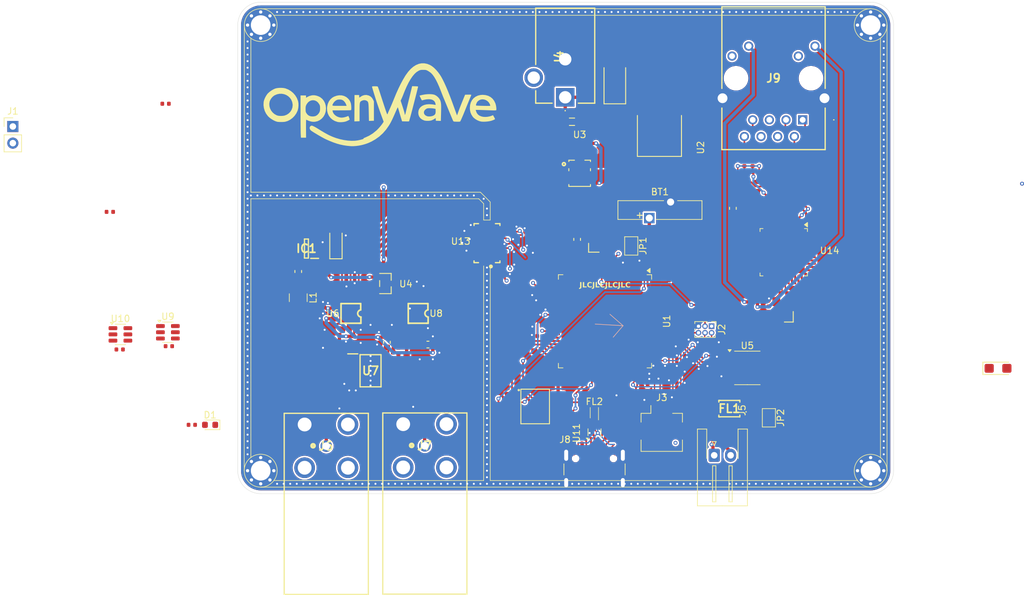
<source format=kicad_pcb>
(kicad_pcb (version 20240108) (generator "pcbnew") (generator_version "8.0")
  (layers (0 "F.Cu" signal "Front") (1 "In1.Cu" signal) (2 "In2.Cu" signal) (31 "B.Cu" signal "Back") (34 "B.Paste" user) (35 "F.Paste" user) (36 "B.SilkS" user "B.Silkscreen") (37 "F.SilkS" user "F.Silkscreen") (38 "B.Mask" user) (39 "F.Mask" user) (44 "Edge.Cuts" user))
  (net 0 "")
  (net 1 "Net-(BT1-+)")
  (net 2 "GND")
  (net 3 "+3V3")
  (net 4 "+3.3VA_uC")
  (net 5 "/uC_SW_NRST")
  (net 6 "+5.5V")
  (net 7 "+12V")
  (net 8 "Net-(IC1-OUT)")
  (net 9 "+3.3VDAC")
  (net 10 "Net-(U6-VDD)")
  (net 11 "+5VA")
  (net 12 "uC_USB_D-")
  (net 13 "uC_USB_D+")
  (net 15 "Net-(IC1-EN)")
  (net 16 "/uC_SW_DIO")
  (net 17 "/uC_SW_O")
  (net 18 "/uC_SW_CLK")
  (net 19 "uC_SPI3_CLK")
  (net 20 "uC_SPI3_CS")
  (net 21 "uC_SPI3_MOSI")
  (net 22 "uC_SPI3_MISO")
  (net 23 "/uC_USB_VBUS")
  (net 24 "+5V_USB")
  (net 25 "CAN_L")
  (net 26 "Net-(U6-~{CLR})")
  (net 27 "Wave_OUTB")
  (net 28 "Wave_OUTA")
  (net 29 "uC_SPI_MOSI")
  (net 30 "uC_SPI_CLK")
  (net 31 "uC_SPI_CS")
  (net 32 "uC_SPI2_CS")
  (net 33 "uC_SPI2_CLK")
  (net 34 "uC_SPI2_MOSI")
  (net 35 "CAN_H")
  (net 36 "Net-(D1-Pad2)")
  (net 37 "Net-(J5-Pin_1)")
  (net 38 "Net-(J5-Pin_2)")
  (net 39 "uC_UART_RX")
  (net 40 "uC_UART_TX")
  (net 41 "Net-(JP2-A)")
  (net 42 "uC_BOOT0")
  (net 43 "Net-(U1-PH0)")
  (net 44 "uC_I2C_SDA")
  (net 45 "Net-(U1-PH1)")
  (net 46 "uC_I2C_SCL")
  (net 47 "Net-(C10-Pad2)")
  (net 48 "uC_CAN_TX")
  (net 49 "uC_CAN_SILENT")
  (net 50 "uC_CAN_RX")
  (net 51 "Net-(J2-Pin_3)")
  (net 52 "Net-(IC1-IN)")
  (net 53 "Net-(C20-Pad1)")
  (net 54 "Net-(U8-VDD)")
  (net 55 "Net-(C36-Pad2)")
  (net 56 "Net-(D2-Pad1)")
  (net 57 "Net-(J2-Pin_6)")
  (net 58 "Net-(J2-Pin_4)")
  (net 59 "Net-(J2-Pin_2)")
  (net 60 "Net-(U7-V_+)")
  (net 61 "Net-(FL2-Pad4)")
  (net 62 "Net-(FL2-Pad1)")
  (net 64 "Net-(J8-D+-PadA6)")
  (net 65 "Net-(J8-SBU1)")
  (net 66 "Net-(J8-D--PadA7)")
  (net 67 "Net-(J8-CC2)")
  (net 68 "Net-(J8-CC1)")
  (net 69 "Net-(U1-BOOT0)")
  (net 73 "Net-(U3-FB)")
  (net 74 "Net-(U3-EN)")
  (net 75 "Net-(U8-~{CLR})")
  (net 128 "Net-(U6-VOUT)")
  (net 129 "Net-(U7-+IN_B)")
  (net 130 "Net-(J6-In)")
  (net 131 "Net-(J7-In)")
  (net 132 "/uc_QSPI_IO1")
  (net 133 "/uc_QSPI_IO3")
  (net 135 "Net-(U1-PE12)")
  (net 136 "Net-(U1-PA5)")
  (net 137 "DAC_SPI2_MOSI")
  (net 138 "DAC_SPI2_CLK")
  (net 139 "DAC_SPI2_CS")
  (net 140 "DAC_SPI_MOSI")
  (net 141 "DAC_SPI_CS")
  (net 142 "DAC_SPI_CLK")
  (net 146 "LLT_DIR")
  (net 147 "LLT_OE")
  (net 149 "Net-(C41-Pad1)")
  (net 150 "Net-(U7-+IN_A)")
  (net 151 "Net-(C43-Pad1)")
  (net 152 "Net-(C44-Pad1)")
  (net 153 "Net-(C45-Pad1)")
  (net 154 "Net-(U8-VOUT)")
  (net 155 "/uc_QSPI_CLK")
  (net 156 "/uc_QSPI_IO2")
  (net 157 "/uc_QSPI_IO0")
  (net 158 "/uc_QSPI_CS")
  (net 161 "Net-(J9-CT)")
  (net 164 "Net-(U14-RXP)")
  (net 165 "Net-(J9-RD+)")
  (net 167 "Net-(U14-RXN)")
  (net 170 "Net-(J9-RD-)")
  (net 171 "Net-(C51-Pad1)")
  (net 172 "Net-(U14-XI{slash}CLKIN)")
  (net 176 "Net-(U14-XO)")
  (net 183 "Net-(C56-Pad1)")
  (net 185 "Net-(U14-1V2O)")
  (net 187 "Net-(U14-TOCAP)")
  (net 189 "Net-(J9-TD+)")
  (net 190 "Net-(J9-K_YELLOW)")
  (net 192 "Net-(J9-K_GREEN)")
  (net 194 "Net-(J9-TD-)")
  (net 195 "/LINK_LED")
  (net 196 "/ACT_LED")
  (net 197 "Net-(R41-Pad2)")
  (net 198 "Net-(U14-EXRES1)")
  (net 199 "Net-(R42-Pad2)")
  (net 200 "W55_SPI2_MISO")
  (net 201 "W55_SPI2_CS")
  (net 202 "W55_SPI2_SCK")
  (net 203 "W55_SPI2_MOSI")
  (net 204 "W55_RST")
  (net 205 "W55_INT")
  (footprint "PCM_JLCPCB:C_0402" (layer "F.Cu") (at 217.249998 90.950003)
    (property "Reference" "C2" (hide yes))
    (property "Value" "100nF")
  )
  (footprint "PCM_JLCPCB:C_0402" (layer "F.Cu") (at 241.499999 92.662501 -90)
    (property "Reference" "C59" (hide yes))
    (property "Value" "100nF")
  )
  (footprint "PCM_JLCPCB:Part_Num_JLCPCB" (layer "F.Cu") (at 221.000001 95.7)
    (property "Reference" "PN1" (hide yes))
    (property "Value" "~" (hide yes))
  )
  (footprint "PCM_JLCPCB:R_0402" (layer "F.Cu") (at 248 77.749998)
    (property "Reference" "R35" (hide yes))
    (property "Value" "10Ω" (hide yes))
  )
  (footprint "Connector_PinHeader_2.54mm:PinHeader_1x02_P2.54mm_Vertical" (layer "F.Cu") (at 130.71 71.473075)
    (property "Reference" "J1")
    (property "Value" "UART")
  )
  (footprint "PCM_JLCPCB:C_0402" (layer "F.Cu") (at 190.25 99.75 -90)
    (property "Reference" "C29" (hide yes))
    (property "Value" "100nF")
  )
  (footprint "PCM_JLCPCB:C_0402" (layer "F.Cu") (at 217.250001 91.95)
    (property "Reference" "C1" (hide yes))
    (property "Value" "1uF")
  )
  (footprint "PCM_JLCPCB:R_0402" (layer "F.Cu") (at 193 113.25)
    (property "Reference" "R32" (hide yes))
    (property "Value" "1Ω" (hide yes))
  )
  (footprint "LED_SMD:LED_0603_1608Metric" (layer "F.Cu") (at 160.787502 117.000001 180)
    (property "Reference" "D1")
    (property "Value" "LED")
  )
  (footprint "PCM_JLCPCB:R_0402" (layer "F.Cu") (at 145.5 84.5)
    (property "Reference" "R5" (hide yes))
    (property "Value" "4.7kΩ" (hide yes))
  )
  (footprint "Connector_JST:JST_XH_S2B-XH-A-1_1x02_P2.50mm_Horizontal" (layer "F.Cu") (at 237.650001 121.65)
    (property "Reference" "J5")
    (property "Value" "Control_In")
  )
  (footprint "PCM_JLCPCB:R_0603" (layer "F.Cu") (at 190.750001 107.18 -90)
    (property "Reference" "R31" (hide yes))
    (property "Value" "360Ω")
  )
  (footprint "PCM_JLCPCB:R_0402" (layer "F.Cu") (at 248.249999 96.9125)
    (property "Reference" "R40" (hide yes))
    (property "Value" "1MΩ" (hide yes))
  )
  (footprint "PCM_JLCPCB:C_0402" (layer "F.Cu") (at 227.000001 110.950002 180)
    (property "Reference" "C5" (hide yes))
    (property "Value" "100nF")
  )
  (footprint "PCM_JLCPCB:C_0603" (layer "F.Cu") (at 189.500001 102.470001 90)
    (property "Reference" "C45" (hide yes))
    (property "Value" "1.5nF")
  )
  (footprint "PCM_JLCPCB:D_SMA" (layer "F.Cu") (at 222.5 64.499999 90)
    (property "Reference" "D2" (hide yes))
    (property "Value" "SMAJ10CA")
  )
  (footprint "PCM_JLCPCB:C_0603" (layer "F.Cu") (at 213.070001 110.449998 180)
    (property "Reference" "C39" (hide yes))
    (property "Value" "10uF")
  )
  (footprint "PCM_JLCPCB:R_0402" (layer "F.Cu") (at 154 68)
    (property "Reference" "R6" (hide yes))
    (property "Value" "4.7kΩ" (hide yes))
  )
  (footprint "PCM_JLCPCB:D_DFN0603-2" (layer "F.Cu") (at 237.5 100.200004 180)
    (property "Reference" "D7" (hide yes))
    (property "Value" "TPRCLAMP2451ZA")
  )
  (footprint "PCM_JLCPCB:R_0603" (layer "F.Cu") (at 179.25 106.25 -90)
    (property "Reference" "R28" (hide yes))
    (property "Value" "360Ω")
  )
  (footprint "PCM_JLCPCB:C_0603" (layer "F.Cu") (at 225.048499 75.690996 90)
    (property "Reference" "C12" (hide yes))
    (property "Value" "10uF")
  )
  (footprint "Package_TO_SOT_SMD:SOT-666" (layer "F.Cu") (at 219.4 118.249998 90)
    (property "Reference" "U11")
    (property "Value" "USBLC6-2P6")
  )
  (footprint "PCM_JLCPCB:C_0402" (layer "F.Cu") (at 222.825001 91.7)
    (property "Reference" "C37" (hide yes))
    (property "Value" "100nF")
  )
  (footprint "PCM_JLCPCB:C_0603" (layer "F.Cu") (at 241.500001 90.9125 180)
    (property "Reference" "C64" (hide yes))
    (property "Value" "4.7uF")
  )
  (footprint "PCM_JLCPCB:R_0402" (layer "F.Cu") (at 223.000001 110.7 180)
    (property "Reference" "R3" (hide yes))
    (property "Value" "3.3kΩ" (hide yes))
  )
  (footprint "PCM_JLCPCB:C_0402" (layer "F.Cu") (at 193.500001 103.5)
    (property "Reference" "C31" (hide yes))
    (property "Value" "100nF")
  )
  (footprint "PCM_JLCPCB:C_0603" (layer "F.Cu") (at 187.309999 92.890002)
    (property "Reference" "C23" (hide yes))
    (property "Value" "4.7uF")
  )
  (footprint "PCM_JLCPCB:R_0402" (layer "F.Cu") (at 244 78.4)
    (property "Reference" "R38" (hide yes))
    (property "Value" "49.9Ω" (hide yes))
  )
  (footprint "PCM_JLCPCB:R_0402" (layer "F.Cu") (at 190.750001 104.75 -90)
    (property "Reference" "R30" (hide yes))
    (property "Value" "1.2kΩ" (hide yes))
  )
  (footprint "Package_TO_SOT_SMD:SOT-23-6" (layer "F.Cu") (at 154.35 102.875002)
    (property "Reference" "U9")
    (property "Value" "TMP100")
  )
  (footprint "Package_TO_SOT_SMD:SOT-23-6" (layer "F.Cu") (at 147.1125 103.200002)
    (property "Reference" "U10")
    (property "Value" "TMP100")
  )
  (footprint "A Lot of Stuff:PRT10811" (layer "F.Cu") (at 214.933499 67.016 -90)
    (property "Reference" "J4")
    (property "Value" "Barrel_Jack_Switch_MountingPin" (hide yes))
  )
  (footprint "PCM_JLCPCB:C_0402" (layer "F.Cu") (at 211.499999 95.2 90)
    (property "Reference" "C3" (hide yes))
    (property "Value" "100nF")
  )
  (footprint "PCM_JLCPCB:C_0402" (layer "F.Cu") (at 172.475002 92.849999 180)
    (property "Reference" "C19" (hide yes))
    (property "Value" "1uF")
  )
  (footprint "PCM_JLCPCB:C_CASE-A-3216-18(mm)" (layer "F.Cu") (at 179.975 89.35 90)
    (property "Reference" "C34" (hide yes))
    (property "Value" "10uF")
  )
  (footprint "easyeda2kicad:MSOP-10_L3.0-W3.0-P0.50-LS4.9-BL" (layer "F.Cu") (at 192.5 100 180)
    (property "Reference" "U8")
    (property "Value" "LTC2642IMS-16#PBF")
  )
  (footprint "PCM_JLCPCB:FB_0603" (layer "F.Cu") (at 174.225 93.600001 -90)
    (property "Reference" "FB2" (hide yes))
    (property "Value" "~")
  )
  (footprint "PCM_JLCPCB:D_DFN0603-2" (layer "F.Cu") (at 235.999999 99.450002)
    (property "Reference" "D6" (hide yes))
    (property "Value" "TPRCLAMP2451ZA")
  )
  (footprint "Jumper:SolderJumper-2_P1.3mm_Bridged2Bar_Pad1.0x1.5mm" (layer "F.Cu") (at 224.999999 89.700001 -90)
    (property "Reference" "JP1")
    (property "Value" "SolderJumper")
  )
  (footprint "easyeda2kicad:DPAK-3_L6.6-W6.1-P2.28-LS9.9-BR" (layer "F.Cu") (at 229.298498 74.690999 -90)
    (property "Reference" "U2")
    (property "Value" "AP7363-33D-13")
  )
  (footprint "A Lot of Stuff:OpenWave_Logo_Silk_50mm" (layer "F.Cu") (at 187.5 68)
    (property "Reference" "G***" (hide yes))
    (property "Value" "LOGO" (hide yes))
  )
  (footprint "PCM_JLCPCB:R_0402" (layer "F.Cu") (at 233.749998 101.700003 90)
    (property "Reference" "R21" (hide yes))
    (property "Value" "49.9Ω" (hide yes))
  )
  (footprint "easyeda2kicad:SOT95P280X145-5N" (layer "F.Cu") (at 175.474998 90.100001 180)
    (property "Reference" "IC1")
    (property "Value" "TPS7A2050PDBVR" (hide yes))
  )
  (footprint "Battery:Battery_Panasonic_CR1220-VCN_Vertical_CircularHoles" (layer "F.Cu") (at 227.750001 85.449999)
    (property "Reference" "BT1")
    (property "Value" "Battery_Cell")
  )
  (footprint "PCM_JLCPCB:C_0402" (layer "F.Cu") (at 248 76.75 180)
    (property "Reference" "C48" (hide yes))
    (property "Value" "100nF")
  )
  (footprint "PCM_JLCPCB:R_0402" (layer "F.Cu") (at 243.500003 84.662501 90)
    (property "Reference" "R42" (hide yes))
    (property "Value" "330Ω" (hide yes))
  )
  (footprint "PCM_JLCPCB:C_0402" (layer "F.Cu") (at 214.683501 77.826002 -90)
    (property "Reference" "C15" (hide yes))
    (property "Value" "100nF")
  )
  (footprint "PCM_JLCPCB:C_0402" (layer "F.Cu") (at 245.999999 99.4125 90)
    (property "Reference" "C52" (hide yes))
    (property "Value" "15pF")
  )
  (footprint "PCM_JLCPCB:C_0603" (layer "F.Cu") (at 187.279998 97.889999)
    (property "Reference" "C22" (hide yes))
    (property "Value" "4.7uF")
  )
  (footprint "PCM_JLCPCB:C_0402" (layer "F.Cu") (at 193 114.250002 180)
    (property "Reference" "C47" (hide yes))
    (property "Value" "220nF")
  )
  (footprint "PCM_JLCPCB:C_0402" (layer "F.Cu") (at 182 105.25)
    (property "Reference" "C43" (hide yes))
    (property "Value" "680pF")
  )
  (footprint "Connector_USB:USB_C_Receptacle_GCT_USB4105-xx-A_16P_TopMnt_Horizontal" (layer "F.Cu") (at 219.399999 124.749997)
    (property "Reference" "J8")
    (property "Value" "USB_C_Receptacle_USB2.0_16P")
  )
  (footprint "PCM_JLCPCB:C_0402" (layer "F.Cu") (at 249.75 84.25)
    (property "Reference" "C56" (hide yes))
    (property "Value" "100nF")
  )
  (footprint "PCM_JLCPCB:R_0402" (layer "F.Cu") (at 217.649998 118.499999 -90)
    (property "Reference" "R15" (hide yes))
    (property "Value" "5.1kΩ" (hide yes))
  )
  (footprint "PCM_JLCPCB:R_0402" (layer "F.Cu") (at 222.149997 118.499998 -90)
    (property "Reference" "R16" (hide yes))
    (property "Value" "5.1kΩ" (hide yes))
  )
  (footprint "PCM_JLCPCB:R_0402" (layer "F.Cu") (at 190 97.75)
    (property "Reference" "R14" (hide yes))
    (property "Value" "10kΩ" (hide yes))
  )
  (footprint "PCM_JLCPCB:C_0805" (layer "F.Cu") (at 222.933501 77.796001 90)
    (property "Reference" "C18" (hide yes))
    (property "Value" "22uF")
  )
  (footprint "PCM_JLCPCB:C_0402" (layer "F.Cu") (at 187.5 99.25 180)
    (property "Reference" "C28" (hide yes))
    (property "Value" "1uF")
  )
  (footprint "PCM_JLCPCB:C_0402" (layer "F.Cu") (at 189.5 105.75 -90)
    (property "Reference" "C44" (hide yes))
    (property "Value" "680pF")
  )
  (footprint "PCM_JLCPCB:R_0402" (layer "F.Cu") (at 250 77.75 180)
    (property "Reference" "R34" (hide yes))
    (property "Value" "49.9Ω" (hide yes))
  )
  (footprint "PCM_JLCPCB:C_0402" (layer "F.Cu") (at 246.499999 84.6625)
    (property "Reference" "C57" (hide yes))
    (property "Value" "100nF")
  )
  (footprint "Package_QFP:LQFP-48_7x7mm_P0.5mm" (layer "F.Cu") (at 248.249999 90.6625 -90)
    (property "Reference" "U14")
    (property "Value" "W5500")
  )
  (footprint "PCM_JLCPCB:C_CASE-A-3216-18(mm)" (layer "F.Cu") (at 280.925001 108.374998)
    (property "Reference" "C7" (hide yes))
    (property "Value" "10uF")
  )
  (footprint "PCM_JLCPCB:R_0402" (layer "F.Cu") (at 158 117)
    (property "Reference" "R4" (hide yes))
    (property "Value" "330Ω" (hide yes))
  )
  (footprint "PCM_JLCPCB:C_0603" (layer "F.Cu") (at 233.548495 75.661 90)
    (property "Reference" "C13" (hide yes))
    (property "Value" "10uF")
  )
  (footprint "A Lot of Stuff:SOIC127P600X175-8N" (layer "F.Cu") (at 185.25 108.75)
    (property "Reference" "U7")
    (property "Value" "LMH6658MAX_NOPB" (hide yes))
  )
  (footprint "PCM_JLCPCB:Hole, 3mm" (layer "F.Cu") (at 168.5 124)
    (property "Reference" "H4" (hide yes))
    (property "Value" "~" (hide yes))
  )
  (footprint "PCM_JLCPCB:C_0402" (layer "F.Cu") (at 244.699999 111.564998 180)
    (property "Reference" "C26" (hide yes))
    (property "Value" "100pF")
  )
  (footprint "PCM_JLCPCB:C_0402" (layer "F.Cu") (at 242.25 77 90)
    (property "Reference" "C50" (hide yes))
    (property "Value" "6.8pF")
  )
  (footprint "PCM_JLCPCB:R_0402" (layer "F.Cu") (at 243.349998 97.662499 -90)
    (property "Reference" "R36" (hide yes))
    (property "Value" "220Ω" (hide yes))
  )
  (footprint "PCM_JLCPCB:C_0402" (layer "F.Cu") (at 246.249998 96.912499)
    (property "Reference" "C55" (hide yes))
    (property "Value" "100nF")
  )
  (footprint "PCM_JLCPCB:R_0402" (layer "F.Cu") (at 211.175001 97.2)
    (property "Reference" "R20" (hide yes))
    (property "Value" "33Ω" (hide yes))
  )
  (footprint "PCM_JLCPCB:OSC-SMD_4P-L3.2-W2.5-BL" (layer "F.Cu") (at 248 99.3125 90)
    (property "Reference" "X2" (hide yes))
    (property "Value" "X322525MOB4SI")
  )
  (footprint "PCM_JLCPCB:R_0402" (layer "F.Cu") (at 217.933504 75.296002)
    (property "Reference" "R8" (hide yes))
    (property "Value" "150kΩ" (hide yes))
  )
  (footprint "PCM_JLCPCB:D_DFN0603-2" (layer "F.Cu") (at 236.000003 104.450002)
    (property "Reference" "D4" (hide yes))
    (property "Value" "TPRCLAMP2451ZA")
  )
  (footprint "PCM_JLCPCB:C_0805" (layer "F.Cu") (at 170.725002 99.099999 180)
    (property "Reference" "C21" (hide yes))
    (property "Value" "22uF")
  )
  (footprint "PCM_JLCPCB:R_0402" (layer "F.Cu") (at 235.499999 105.450004 180)
    (property "Reference" "R22" (hide yes))
    (property "Value" "49.9Ω" (hide yes))
  )
  (footprint "PCM_JLCPCB:C_0402" (layer "F.Cu") (at 183.25 103.5)
    (property "Reference" "C30" (hide yes))
    (property "Value" "100nF")
  )
  (footprint "PCM_JLCPCB:R_0402" (layer "F.Cu") (at 179 113.5 180)
    (property "Reference" "R25" (hide yes))
    (property "Value" "1Ω" (hide yes))
  )
  (footprint "PCM_JLCPCB:R_0402" (layer "F.Cu") (at 231.000002 98.200001 180)
    (property "Reference" "R1" (hide yes))
    (property "Value" "10kΩ" (hide yes))
  )
  (footprint "PCM_JLCPCB:Hole, 3mm" (layer "F.Cu") (at 261.5 56)
    (property "Reference" "H2" (hide yes))
    (property "Value" "~" (hide yes))
  )
  (footprint "PCM_JLCPCB:C_0402" (layer "F.Cu") (at 178.000001 106.5 90)
    (property "Reference" "C42" (hide yes))
    (property "Value" "100pF")
  )
  (footprint "PCM_JLCPCB:R_0402" (layer "F.Cu") (at 180.5 102.75 -90)
    (property "Reference" "R26" (hide yes))
    (property "Value" "120Ω" (hide yes))
  )
  (footprint "PCM_JLCPCB:C_0402" (layer "F.Cu") (at 191.999998 107.5 90)
    (property "Reference" "C46" (hide yes))
    (property "Value" "100pF")
  )
  (footprint "PCM_JLCPCB:C_0402" (layer "F.Cu") (at 178.225003 90.6 90)
    (property "Reference" "C16" (hide yes))
    (property "Value" "1uF")
  )
  (footprint "PCM_JLCPCB:R_0402" (layer "F.Cu") (at 241.75 78.5 180)
    (property "Reference" "R39" (hide yes))
    (property "Value" "49.9Ω" (hide yes))
  )
  (footprint "PCM_JLCPCB:R_0402" (layer "F.Cu") (at 184.5 99.25 -90)
    (property "Reference" "R13" (hide yes))
    (property "Value" "10kΩ" (hide yes))
  )
  (footprint "Connector_FFC-FPC:Hirose_FH12-6S-0.5SH_1x06-1MP_P0.50mm_Horizontal" (layer "F.Cu") (at 229.65 116.55)
    (property "Reference" "J3")
    (property "Value" "FPC 6S")
  )
  (footprint "PCM_JLCPCB:C_0603" (layer "F.Cu") (at 179.25 103.25 90)
    (property "Reference" "C41" (hide yes))
    (property "Value" "1.5nF")
  )
  (footprint "PCM_JLCPCB:R_0402" (layer "F.Cu") (at 190.750001 102.75 -90)
    (property "Reference" "R29" (hide yes))
    (property "Value" "120Ω" (hide yes))
  )
  (footprint "PCM_JLCPCB:R_0402" (layer "F.Cu") (at 180.500001 104.75 -90)
    (property "Reference" "R27" (hide yes))
    (property "Value" "1.2kΩ" (hide yes))
  )
  (footprint "PCM_JLCPCB:C_0603" (layer "F.Cu") (at 219.249999 70.749999)
    (property "Reference" "C35" (hide yes))
    (property "Value" "10uF")
  )
  (footprint "PCM_JLCPCB:C_0402" (layer "F.Cu") (at 179 114.5)
    (property "Reference" "C40" (hide yes))
    (property "Value" "220nF")
  )
  (footprint "PCM_JLCPCB:Hole, 3mm" (layer "F.Cu") (at 168.5 56)
    (property "Reference" "H3" (hide yes))
    (property "Value" "~" (hide yes))
  )
  (footprint "PCM_JLCPCB:C_0603" (layer "F.Cu") (at 210.225001 106.55 90)
    (property "Reference" "C36" (hide yes))
    (property "Value" "2.2uF")
  )
  (footprint "easyeda2kicad:QFN-7_L4.0-W3.3_TPSM863257RDXR" (layer "F.Cu") (at 217.133499 78.005997)
    (property "Reference" "U3")
    (property "Value" "TPSM863257RDXR")
  )
  (footprint "PCM_JLCPCB:C_0402" (layer "F.Cu") (at 220.569999 90.958073 180)
    (property "Reference" "C9" (hide yes))
    (property "Value" "10pF")
  )
  (footprint "PCM_JLCPCB:C_0402" (layer "F.Cu") (at 220.558011 86.708072)
    (property "Reference" "C8" (hide yes))
    (property "Value" "10pF")
  )
  (footprint "Inductor_SMD:L_CommonModeChoke_Coilcraft_0603USB" (layer "F.Cu") (at 219.374997 115.155 180)
    (property "Reference" "FL2")
    (property "Value" "Choke_Coilcraft_0603USB-222")
  )
  (footprint "PCM_JLCPCB:D_DFN0603-2" (layer "F.Cu") (at 233.75 103.200003 90)
    (property "Reference" "D3" (hide yes))
    (property "Value" "TPRCLAMP2451ZA")
  )
  (footprint "PCM_JLCPCB:FB_0603" (layer "F.Cu") (at 187.75 104.4 -90)
    (property "Reference" "FB3" (hide yes))
    (property "Value" "~")
  )
  (footprint "PCM_JLCPCB:R_0402" (layer "F.Cu") (at 211.175001 103.45)
    (property "Reference" "R19" (hide yes))
    (property "Value" "33Ω" (hide yes))
  )
  (footprint "PCM_JLCPCB:C_0402" (layer "F.Cu") (at 242.499999 93.412501 -90)
    (property "Reference" "C63" (hide yes))
    (property "Value" "10nF")
  )
  (footprint "PCM_JLCPCB:R_0603" (layer "F.Cu") (at 179.154999 92.599999)
    (property "Reference" "R18" (hide yes))
    (property "Value" "100Ω")
  )
  (footprint "PCM_JLCPCB:C_0402" (layer "F.Cu") (at 211.5 107.2 90)
    (property "Reference" "C4" (hide yes))
    (property "Value" "100nF")
  )
  (footprint "PCM_JLCPCB:C_0402" (layer "F.Cu") (at 235.75 100.200005)
    (property "Reference" "C11" (hide yes))
    (property "Value" "100nF")
  )
  (footprint "Connector_PinHeader_1.00mm:PinHeader_2x03_P1.00mm_Vertical" (layer "F.Cu") (at 237.250001 101.950001 -90)
    (property "Reference" "J2")
    (property "Value" "SWD")
  )
  (footprint "PCM_JLCPCB:C_0402" (layer "F.Cu") (at 243.734999 115.525003 90)
    (property "Reference" "C24" (hide yes))
    (property "Value" "100pF")
  )
  (footprint "PCM_JLCPCB:R_0603" (layer "F.Cu") (at 215.183502 74.796 -90)
    (property "Reference" "R9" (hide yes))
    (property "Value" "30kΩ")
  )
  (footprint "Inductor_SMD:L_1210_3225Metric" (layer "F.Cu") (at 174.225 97.6 -90)
    (property "Reference" "L1")
    (property "Value" "22uH, 340mA")
  )
  (footprint "Package_QFP:LQFP-100_14x14mm_P0.5mm" (layer "F.Cu") (at 221.000001 101.2 -90)
    (property "Reference" "U1")
    (property "Value" "STM32H743VITx")
  )
  (footprint "PCM_JLCPCB:Hole, 3mm" (layer "F.Cu") (at 261.5 124)
    (property "Reference" "H1" (hide yes))
    (property "Value" "~" (hide yes))
  )
  (footprint "PCM_JLCPCB:R_0402" (layer "F.Cu") (at 177.224999 87.85)
    (property "Reference" "R10" (hide yes))
    (property "Value" "4.7kΩ" (hide yes))
  )
  (footprint "PCM_JLCPCB:C_0603" (layer "F.Cu") (at 242 84 -90)
    (property "Reference" "C54" (hide yes))
    (property "Value" "10uF")
  )
  (footprint "Package_SO:SOIC-8_3.9x4.9mm_P1.27mm" (layer "F.Cu") (at 242.7 108.315001)
    (property "Reference" "U5")
    (property "Value" "TJA1051T-3")
  )
  (footprint "PCM_JLCPCB:C_0402" (layer "F.Cu") (at 184.5 101.25 90)
    (property "Reference" "C27" (hide yes))
    (property "Value" "100nF")
  )
  (footprint "PCM_JLCPCB:C_0402" (layer "F.Cu") (at 249.999998 99.412499 90)
    (property "Reference" "C53" (hide yes))
    (property "Value" "15pF")
  )
  (footprint "PCM_JLCPCB:FB_0603" (layer "F.Cu") (at 179.75 100 -90)
    (property "Reference" "FB4" (hide yes))
    (property "Value" "~")
  )
  (footprint "PCM_JLCPCB:C_0402" (layer "F.Cu") (at 242.249999 89.162499 -90)
    (property "Reference" "C58" (hide yes))
    (property "Value" "100nF")
  )
  (footprint "PCM_JLCPCB:C_0805" (layer "F.Cu") (at 220.933497 77.795999 90)
    (property "Reference" "C17" (hide yes))
    (property "Value" "22uF")
  )
  (footprint "PCM_JLCPCB:C_0402" (layer "F.Cu") (at 245 79.25)
    (property "Reference" "C51" (hide yes))
    (property "Value" "10nF")
  )
  (footprint "PCM_JLCPCB:C_0402" (layer "F.Cu") (at 243.5 77 90)
    (property "Reference" "C49" (hide yes))
    (property "Value" "6.8pF")
  )
  (footprint "PCM_JLCPCB:R_0402" (layer "F.Cu") (at 237.250004 105.950005 -90)
    (property "Reference" "R23" (hide yes))
    (property "Value" "49.9Ω" (hide yes))
  )
  (footprint "PCM_JLCPCB:C_0402" (layer "F.Cu") (at 230.749999 95.450001 -90)
    (property "Reference" "C6" (hide yes))
    (property "Value" "100nF")
  )
  (footprint "A Lot of Stuff:5415025-2" (layer "F.Cu") (at 178.5 120.25 180)
    (property "Reference" "J6")
    (property "Value" "BNC" (hide yes))
  )
  (footprint "easyeda2kicad:VQFN-24_L5.6-W3.6-P0.50-BL-EP" (layer "F.Cu") (at 203.000001 89.280001 90)
    (property "Reference" "U13")
    (property "Value" "SN74LVC8T245")
  )
  (footprint "PCM_JLCPCB:C_0603" (layer "F.Cu") (at 213.433498 78.076 -90)
    (property "Reference" "C14" (hide yes))
    (property "Value" "10uF")
  )
  (footprint "PCM_JLCPCB:C_0402" (layer "F.Cu") (at 225.000001 91.949998)
    (property "Reference" "C38" (hide yes))
    (property "Value" "100nF")
  )
  (footprint "easyeda2kicad:SOT-23-3_L2.9-W1.6-P1.90-LS2.8-BR" (layer "F.Cu") (at 187.519998 95.440002 180)
    (property "Reference" "U4")
    (property "Value" "REF3333AIDBZR")
  )
  (footprint "PCM_JLCPCB:R_0603" (layer "F.Cu") (at 217.253497 74.046002)
    (property "Reference" "R7" (hide yes))
    (property "Value" "240kΩ")
  )
  (footprint "PCM_JLCPCB:R_0402" (layer "F.Cu") (at 235.750001 98.700005 180)
    (property "Reference" "R24" (hide yes))
    (property "Value" "49.9Ω" (hide yes))
  )
  (footprint "PCM_JLCPCB:FB_0805" (layer "F.Cu") (at 215.97 70.749999)
    (property "Reference" "FB6" (hide yes))
    (property "Value" "~")
  )
  (footprint "PCM_JLCPCB:R_0402" (layer "F.Cu") (at 245.985001 113.175001 90)
    (property "Reference" "R12" (hide yes))
    (property "Value" "120Ω" (hide yes))
  )
  (footprint "PCM_JLCPCB:FB_0603" (layer "F.Cu") (at 216.750001 88.7 -90)
    (property "Reference" "FB1" (hide yes))
    (property "Value" "~")
  )
  (footprint "easyeda2kicad:MSOP-10_L3.0-W3.0-P0.50-LS4.9-BL" (layer "F.Cu") (at 182.25 100 180)
    (property "Reference" "U6")
    (property "Value" "LTC2642IMS-16#PBF")
  )
  (footprint "PCM_JLCPCB:D_DFN0603-2" (layer "F.Cu") (at 237.5 104.450004 180)
    (property "Reference" "D5" (hide yes))
    (property "Value" "TPRCLAMP2451ZA")
  )
  (footprint "PCM_JLCPCB:FB_0603" (layer "F.Cu") (at 240.5 83.96 -90)
    (property "Reference" "FB7" (hide yes))
    (property "Value" "~")
  )
  (footprint "PCM_JLCPCB:SOIC-8_L5.3-W5.3-P1.27-LS8.0-BL" (layer "F.Cu") (at 210.35 114.2 -90)
    (property "Reference" "U12" (hide yes))
    (property "Value" "W25Q128")
  )
  (footprint "PCM_JLCPCB:R_0402" (layer "F.Cu") (at 219.433497 75.796 -90)
    (property "Reference" "R11" (hide yes))
    (property "Value" "100kΩ" (hide yes))
  )
  (footprint "PCM_JLCPCB:R_0402" (layer "F.Cu") (at 251 76.75)
    (property "Reference" "R33" (hide yes))
    (property "Value" "49.9Ω" (hide yes))
  )
  (footprint "Jumper:SolderJumper-2_P1.3mm_Open_Pad1.0x1.5mm" (layer "F.Cu") (at 245.984997 115.925002 -90)
    (property "Reference" "JP2")
    (property "Value" "Termination Jumper")
  )
  (footprint "PCM_JLCPCB:C_0603" (layer "F.Cu") (at 171.974999 94.599999 180)
    (property "Reference" "C20" (hide yes))
    (property "Value" "10uF")
  )
  (footprint "PCM_JLCPCB:C_0402" (layer "F.Cu") (at 243.734996 113.524999 90)
    (property "Reference" "C25" (hide yes))
    (property "Value" "100pF")
  )
  (footprint "A Lot of Stuff:ACT1210D1012PTL00" (layer "F.Cu") (at 239.959999 114.525001 180)
    (property "Reference" "FL1")
    (property "Value" "ACT1210D-101-2P-TL00" (hide yes))
  )
  (footprint "A Lot of Stuff:RB1125BAG1A" (layer "F.Cu") (at 251.14 70.46 180)
    (property "Reference" "J9")
    (property "Value" "RB1-125BAG1A" (hide yes))
  )
  (footprint "PCM_JLCPCB:R_0402" (layer "F.Cu") (at 244.249998 97.162501 -90)
    (property "Reference" "R37" (hide yes))
    (property "Value" "220Ω" (hide yes))
  )
  (footprint "PCM_JLCPCB:FB_0603" (layer "F.Cu") (at 194 104.75 180)
    (property "Reference" "FB5" (hide yes))
    (property "Value" "~")
  )
  (footprint "PCM_JLCPCB:C_0603" (layer "F.Cu") (at 226.500003 112.199999 180)
    (property "Reference" "C10" (hide yes))
    (property "Value" "2.2uF")
  )
  (footprint "PCM_JLCPCB:R_0402" (layer "F.Cu") (at 244.5 84.6625 -90)
    (property "Reference" "R43" (hide yes))
    (property "Value" "75Ω" (hide yes))
  )
  (footprint "PCM_JLCPCB:C_0402" (layer "F.Cu") (at 154.5 105.000002 180)
    (property "Reference" "C32" (hide yes))
    (property "Value" "10nF")
  )
  (footprint "PCM_JLCPCB:C_0603" (layer "F.Cu") (at 241.25 86.25)
    (property "Reference" "C62" (hide yes))
    (property "Value" "10uF")
  )
  (footprint "PCM_JLCPCB:R_0402" (layer "F.Cu") (at 221.149998 118.499999 90)
    (property "Reference" "R17" (hide yes))
    (property "Value" "10kΩ" (hide yes))
  )
  (footprint "PCM_JLCPCB:R_0402" (layer "F.Cu") (at 244.000004 86.162499 180)
    (property "Reference" "R41" (hide yes))
    (property "Value" "12kΩ" (hide yes))
  )
  (footprint "A Lot of Stuff:5415025-2" (layer "F.Cu") (at 193.529998 120.199998 180)
    (property "Reference" "J7")
    (property "Value" "BNC" (hide yes))
  )
  (footprint "PCM_JLCPCB:R_0402" (layer "F.Cu") (at 222.95 111.6 180)
    (property "Reference" "R2" (hide yes))
    (property "Value" "1.5kΩ" (hide yes))
  )
  (footprint "PCM_JLCPCB:C_0402" (layer "F.Cu") (at 147 105.500002)
    (property "Reference" "C33" (hide yes))
    (property "Value" "10nF")
  )
  (footprint "PCM_JLCPCB:OSC-SMD_4P-L3.2-W2.5-BL" (layer "F.Cu") (at 220.500001 88.950001)
    (property "Reference" "X1" (hide yes))
    (property "Value" "X322525MOB4SI")
  )
  (gr_line (start 222.25 103.625) (end 223.75 101.875) (stroke (width 0.1)) (layer "B.SilkS"))
  (gr_line (start 221.75 100.125) (end 223.75 101.875) (stroke (width 0.1)) (layer "B.SilkS"))
  (gr_line (start 219.5 101.625) (end 223.75 101.875) (stroke (width 0.1)) (layer "B.SilkS"))
  (gr_line (start 167 82.5) (end 167 122) (stroke (width 0.1)) (layer "F.SilkS"))
  (gr_circle (center 168.5 56) (end 171 56) (stroke (width 0.1)) (fill none) (layer "F.SilkS"))
  (gr_line (start 202.5 92.75) (end 202.5 125.5) (stroke (width 0.1)) (layer "F.SilkS"))
  (gr_line (start 203.5 125.5) (end 203.5 93) (stroke (width 0.1)) (layer "F.SilkS"))
  (gr_line (start 167 58) (end 167 81.5) (stroke (width 0.1)) (layer "F.SilkS"))
  (gr_line (start 259.5 125.5) (end 203.5 125.5) (stroke (width 0.1)) (layer "F.SilkS"))
  (gr_line (start 261.5 53.5) (end 168.5 53.5) (stroke (width 0.1)) (layer "F.SilkS"))
  (gr_line (start 167 81.5) (end 202 81.5) (stroke (width 0.1)) (layer "F.SilkS"))
  (gr_line (start 203.5 85.75) (end 202.5 85.75) (stroke (width 0.1)) (layer "F.SilkS"))
  (gr_line (start 201.75 82.5) (end 167 82.5) (stroke (width 0.1)) (layer "F.SilkS"))
  (gr_line (start 203.5 83) (end 203.5 85.75) (stroke (width 0.1)) (layer "F.SilkS"))
  (gr_line (start 202 81.5) (end 203.5 83) (stroke (width 0.1)) (layer "F.SilkS"))
  (gr_line (start 168.5 126.512468) (end 261.5 126.5) (stroke (width 0.1)) (layer "F.SilkS"))
  (gr_line (start 202.5 125.5) (end 170.5 125.5) (stroke (width 0.1)) (layer "F.SilkS"))
  (gr_line (start 263 58) (end 263 122) (stroke (width 0.1)) (layer "F.SilkS"))
  (gr_line (start 170.5 54.5) (end 259.5 54.5) (stroke (width 0.1)) (layer "F.SilkS"))
  (gr_line (start 202.5 83.25) (end 201.75 82.5) (stroke (width 0.1)) (layer "F.SilkS"))
  (gr_circle (center 168.5 124) (end 171 124.25) (stroke (width 0.1)) (fill none) (layer "F.SilkS"))
  (gr_line (start 165.987532 124) (end 166 56) (stroke (width 0.1)) (layer "F.SilkS"))
  (gr_line (start 202.5 85.75) (end 202.5 83.25) (stroke (width 0.1)) (layer "F.SilkS"))
  (gr_circle (center 261.5 124) (end 264 124) (stroke (width 0.1)) (fill none) (layer "F.SilkS"))
  (gr_line (start 264 124) (end 264 56) (stroke (width 0.1)) (layer "F.SilkS"))
  (gr_circle (center 261.5 56) (end 261.5 58.5) (stroke (width 0.1)) (fill none) (layer "F.SilkS"))
  (gr_line (start 265 124) (end 265 56) (stroke (width 0.05)) (layer "Edge.Cuts"))
  (gr_line (start 168.5 127.5) (end 261.5 127.5) (stroke (width 0.05)) (layer "Edge.Cuts"))
  (gr_arc (start 265 124) (mid 263.974874 126.474874) (end 261.5 127.5) (stroke (width 0.05)) (layer "Edge.Cuts"))
  (gr_line (start 165 56) (end 165 124) (stroke (width 0.05)) (layer "Edge.Cuts"))
  (gr_arc (start 168.5 127.5) (mid 166.025126 126.474874) (end 165 124) (stroke (width 0.05)) (layer "Edge.Cuts"))
  (gr_arc (start 165 56) (mid 166.025126 53.525126) (end 168.5 52.5) (stroke (width 0.05)) (layer "Edge.Cuts"))
  (gr_line (start 261.5 52.5) (end 168.5 52.5) (stroke (width 0.05)) (layer "Edge.Cuts"))
  (gr_arc (start 261.5 52.5) (mid 263.974874 53.525126) (end 265 56) (stroke (width 0.05)) (layer "Edge.Cuts"))
  (segment (start 225.000001 90.349999) (end 225.000001 90.949999) (width 0.25) (layer "F.Cu") (net 1))
  (segment (start 225.000001 90.949999) (end 224.500001 91.45) (width 0.25) (layer "F.Cu") (net 1))
  (segment (start 224.500001 91.45) (end 224.500002 91.949997) (width 0.25) (layer "F.Cu") (net 1))
  (segment (start 224.999999 90.350001) (end 225.849999 90.350001) (width 0.5) (layer "F.Cu") (net 1))
  (segment (start 225.849999 90.350001) (end 227.750001 88.449999) (width 0.5) (layer "F.Cu") (net 1))
  (segment (start 227.750001 88.449999) (end 227.750001 85.449999) (width 0.5) (layer "F.Cu") (net 1))
  (segment (start 224.500002 91.949997) (end 224.500001 93.525) (width 0.25) (layer "F.Cu") (net 1))
  (segment (start 206.98 88.787768) (end 206.98 88.67) (width 0.25) (layer "F.Cu") (net 2))
  (segment (start 222.930001 92.020002) (end 222.930001 92.066492) (width 0.25) (layer "F.Cu") (net 2))
  (segment (start 227.28 112.199999) (end 227.28 112.920001) (width 0.25) (layer "F.Cu") (net 2))
  (segment (start 223.250001 91.700001) (end 222.930001 92.020002) (width 0.25) (layer "F.Cu") (net 2))
  (segment (start 188 97.949996) (end 188.059997 97.889999) (width 0.3) (layer "F.Cu") (net 2))
  (segment (start 178.225004 89.410665) (end 177.94467 89.13033) (width 0.5) (layer "F.Cu") (net 2))
  (segment (start 226.500001 110.950001) (end 226.500002 112.699999) (width 0.25) (layer "F.Cu") (net 2))
  (segment (start 185.25 110.25) (end 185.25 111) (width 0.5) (layer "F.Cu") (net 2))
  (segment (start 188.089995 95.949999) (end 188.089996 94.769999) (width 0.5) (layer "F.Cu") (net 2))
  (segment (start 213.325001 95.200001) (end 212.425002 95.200001) (width 0.25) (layer "F.Cu") (net 2))
  (segment (start 176.725 90.100002) (end 178.225004 90.1) (width 0.5) (layer "F.Cu") (net 2))
  (segment (start 223.732545 92.182545) (end 223.250001 91.700001) (width 0.25) (layer "F.Cu") (net 2))
  (segment (start 230.750001 95.949999) (end 230.5 95.700001) (width 0.25) (layer "F.Cu") (net 2))
  (segment (start 188.059997 97.89) (end 188.059999 96.139999) (width 0.5) (layer "F.Cu") (net 2))
  (segment (start 185.25 109.5) (end 185.25 110.25) (width 0.5) (layer "F.Cu") (net 2))
  (segment (start 222.930001 92.066492) (end 222.661491 92.335002) (width 0.25) (layer "F.Cu") (net 2))
  (segment (start 185.25 107.25) (end 185.25 108) (width 0.5) (layer "F.Cu") (net 2))
  (segment (start 249.999999 86.5) (end 249.999999 84.75) (width 0.3) (layer "F.Cu") (net 2))
  (segment (start 205.66 89.4) (end 205.685 89.375) (width 0.25) (layer "F.Cu") (net 2))
  (segment (start 230.5 95.700001) (end 228.675001 95.7) (width 0.25) (layer "F.Cu") (net 2))
  (segment (start 188.059999 96.139999) (end 188.169998 96.03) (width 0.5) (layer "F.Cu") (net 2))
  (segment (start 247.499999 96.155655) (end 247.499999 94.825) (width 0.3) (layer "F.Cu") (net 2))
  (segment (start 221.600001 89.83) (end 221.600001 90.42807) (width 0.25) (layer "F.Cu") (net 2))
  (segment (start 211.925001 94.7) (end 211.499997 94.7) (width 0.25) (layer "F.Cu") (net 2))
  (segment (start 217.75 91.95) (end 217.750001 91.950001) (width 0.25) (layer "F.Cu") (net 2))
  (segment (start 222.5 62.499999) (end 216.217499 62.5) (width 0.5) (layer "F.Cu") (net 2))
  (segment (start 246.999999 84.662499) (end 246.999999 86.499999) (width 0.3) (layer "F.Cu") (net 2))
  (segment (start 218.649999 118.249997) (end 218.857299 118.249997) (width 0.25) (layer "F.Cu") (net 2))
  (segment (start 226.500001 108.875) (end 226.500001 110.950001) (width 0.25) (layer "F.Cu") (net 2))
  (segment (start 188.089997 92.889998) (end 188.089996 94.769999) (width 0.5) (layer "F.Cu") (net 2))
  (segment (start 188.089996 94.769999) (end 188.759998 95.44) (width 0.5) (layer "F.Cu") (net 2))
  (segment (start 226.500002 112.699999) (end 226.999999 113.2) (width 0.25) (layer "F.Cu") (net 2))
  (segment (start 219.400001 88.069999) (end 219.400002 87.23801) (width 0.25) (layer "F.Cu") (net 2))
  (segment (start 219.4 118.792698) (end 219.4 119.174999) (width 0.25) (layer "F.Cu") (net 2))
  (segment (start 212.425002 95.200001) (end 211.925001 94.7) (width 0.25) (layer "F.Cu") (net 2))
  (segment (start 179.975001 88) (end 181.374999 88) (width 0.5) (layer "F.Cu") (net 2))
  (segment (start 185.25 106.5) (end 185.25 107.25) (width 0.5) (layer "F.Cu") (net 2))
  (segment (start 246.749998 96.912501) (end 246.749998 96.927046) (width 0.3) (layer "F.Cu") (net 2))
  (segment (start 246.749998 96.927046) (end 246 97.677044) (width 0.3) (layer "F.Cu") (net 2))
  (segment (start 225.500001 91.95) (end 226.250002 91.949999) (width 0.25) (layer "F.Cu") (net 2))
  (segment (start 178.225004 90.1) (end 178.225004 89.410665) (width 0.5) (layer "F.Cu") (net 2))
  (segment (start 188.169998 96.03) (end 188.089995 95.949999) (width 0.5) (layer "F.Cu") (net 2))
  (segment (start 185.25 108.75) (end 185.25 109.5) (width 0.5) (layer "F.Cu") (net 2))
  (segment (start 249.999999 84.75) (end 250.25 84.499999) (width 0.3) (layer "F.Cu") (net 2))
  (segment (start 227.28 112.920001) (end 226.999999 113.2) (width 0.25) (layer "F.Cu") (net 2))
  (segment (start 223.732545 92.246088) (end 223.732545 92.182545) (width 0.25) (layer "F.Cu") (net 2))
  (segment (start 205.685 89.375) (end 206.392768 89.375) (width 0.25) (layer "F.Cu") (net 2))
  (segment (start 217.750001 91.950001) (end 218.000001 92.199999) (width 0.25) (layer "F.Cu") (net 2))
  (segment (start 181.374999 88) (end 181.475 88.1) (width 0.5) (layer "F.Cu") (net 2))
  (segment (start 229.298498 71.260996) (end 225.648496 74.910998) (width 0.5) (layer "F.Cu") (net 2))
  (segment (start 218.000001 92.199999) (end 218.000002 93.525) (width 0.25) (layer "F.Cu") (net 2))
  (segment (start 217.75 90.950003) (end 217.75 91.95) (width 0.25) (layer "F.Cu") (net 2))
  (segment (start 246.749998 96.905656) (end 247.499999 96.155655) (width 0.3) (layer "F.Cu") (net 2))
  (segment (start 232.918504 74.880997) (end 229.298498 71.260996) (width 0.5) (layer "F.Cu") (net 2))
  (segment (start 222.500001 92.450003) (end 222.500001 93.525) (width 0.25) (layer "F.Cu") (net 2))
  (segment (start 219.400002 87.23801) (end 220.058012 86.579998) (width 0.25) (layer "F.Cu") (net 2))
  (segment (start 188.169998 96.03) (end 188.759998 95.44) (width 0.5) (layer "F.Cu") (net 2))
  (segment (start 188 99.250002) (end 188 97.949996) (width 0.3) (layer "F.Cu") (net 2))
  (segment (start 218.857299 118.249997) (end 219.4 118.792698) (width 0.25) (layer "F.Cu") (net 2))
  (segment (start 222.661491 92.335002) (end 222.615002 92.335002) (width 0.25) (layer "F.Cu") (net 2))
  (segment (start 233.548501 74.880997) (end 232.918504 74.880997) (width 0.5) (layer "F.Cu") (net 2))
  (segment (start 206.392768 89.375) (end 206.98 88.787768) (width 0.25) (layer "F.Cu") (net 2))
  (segment (start 225.648496 74.910998) (end 225.048498 74.910995) (width 0.5) (layer "F.Cu") (net 2))
  (segment (start 222.615002 92.335002) (end 222.500001 92.450003) (width 0.25) (layer "F.Cu") (net 2))
  (segment (start 185.25 108) (end 185.25 108.75) (width 0.5) (layer "F.Cu") (net 2))
  (segment (start 216.217499 62.5) (end 214.933499 61.216) (width 0.5) (layer "F.Cu") (net 2))
  (segment (start 221.600001 90.42807) (end 221.069999 90.95807) (width 0.25) (layer "F.Cu") (net 2))
  (segment (start 246.749998 96.912501) (end 246.749998 96.905656) (width 0.3) (layer "F.Cu") (net 2))
  (via (at 178 126) (size 0.6) (drill 0.3) (layers "F.Cu" "B.Cu") (net 2))
  (via (at 196 82) (size 0.6) (drill 0.3) (layers "F.Cu" "B.Cu") (net 2))
  (via (at 191 54) (size 0.6) (drill 0.3) (layers "F.Cu" "B.Cu") (net 2))
  (via (at 182 54) (size 0.6) (drill 0.3) (layers "F.Cu" "B.Cu") (net 2))
  (via (at 203 116) (size 0.6) (drill 0.3) (layers "F.Cu" "B.Cu") (net 2))
  (via (at 209.855001 103.29) (size 0.6) (drill 0.3) (layers "F.Cu" "B.Cu") (net 2))
  (via (at 191.75 114.25) (size 0.6) (drill 0.3) (layers "F.Cu" "B.Cu") (net 2))
  (via (at 203 54) (size 0.6) (drill 0.3) (layers "F.Cu" "B.Cu") (net 2))
  (via (at 166.499999 70.500001) (size 0.6) (drill 0.3) (layers "F.Cu" "B.Cu") (net 2))
  (via (at 235.28986 108.46014) (size 0.6) (drill 0.3) (layers "F.Cu" "B.Cu") (net 2))
  (via (at 235 54) (size 0.6) (drill 0.3) (layers "F.Cu" "B.Cu") (net 2))
  (via (at 166.5 72.500002) (size 0.6) (drill 0.3) (layers "F.Cu" "B.Cu") (net 2))
  (via (at 200.354999 88.655001) (size 0.6) (drill 0.3) (layers "F.Cu" "B.Cu") (net 2))
  (via (at 179 126) (size 0.6) (drill 0.3) (layers "F.Cu" "B.Cu") (net 2))
  (via (at 236 126) (size 0.6) (drill 0.3) (layers "F.Cu" "B.Cu") (net 2))
  (via (at 185.25 106.5) (size 0.6) (drill 0.3) (layers "F.Cu" "B.Cu") (net 2))
  (via (at 263.499999 74.500001) (size 0.6) (drill 0.3) (layers "F.Cu" "B.Cu") (net 2))
  (via (at 209 54) (size 0.6) (drill 0.3) (layers "F.Cu" "B.Cu") (net 2))
  (via (at 258 126) (size 0.6) (drill 0.3) (layers "F.Cu" "B.Cu") (net 2))
  (via (at 202 54) (size 0.6) (drill 0.3) (layers "F.Cu" "B.Cu") (net 2))
  (via (at 263.500001 121.5) (size 0.6) (drill 0.3) (layers "F.Cu" "B.Cu") (net 2))
  (via (at 218 54) (size 0.6) (drill 0.3) (layers "F.Cu" "B.Cu") (net 2))
  (via (at 263.5 117.499999) (size 0.6) (drill 0.3) (layers "F.Cu" "B.Cu") (net 2))
  (via (at 174 126) (size 0.6) (drill 0.3) (layers "F.Cu" "B.Cu") (net 2))
  (via (at 220 54) (size 0.6) (drill 0.3) (layers "F.Cu" "B.Cu") (net 2))
  (via (at 263.5 72.500001) (size 0.6) (drill 0.3) (layers "F.Cu" "B.Cu") (net 2))
  (via (at 183 54) (size 0.6) (drill 0.3) (layers "F.Cu" "B.Cu") (net 2))
  (via (at 166.5 98.500001) (size 0.6) (drill 0.3) (layers "F.Cu" "B.Cu") (net 2))
  (via (at 221 126) (size 0.6) (drill 0.3) (layers "F.Cu" "B.Cu") (net 2))
  (via (at 193 82) (size 0.6) (drill 0.3) (layers "F.Cu" "B.Cu") (net 2))
  (via (at 166.5 93.500001) (size 0.6) (drill 0.3) (layers "F.Cu" "B.Cu") (net 2))
  (via (at 212 54) (size 0.6) (drill 0.3) (layers "F.Cu" "B.Cu") (net 2))
  (via (at 177 54) (size 0.6) (drill 0.3) (layers "F.Cu" "B.Cu") (net 2))
  (via (at 203 96) (size 0.6) (drill 0.3) (layers "F.Cu" "B.Cu") (net 2))
  (via (at 166.5 115.5) (size 0.6) (drill 0.3) (layers "F.Cu" "B.Cu") (net 2))
  (via (at 203 122) (size 0.6) (drill 0.3) (layers "F.Cu" "B.Cu") (net 2))
  (via (at 178 82) (size 0.6) (drill 0.3) (layers "F.Cu" "B.Cu") (net 2))
  (via (at 166.499999 63.500001) (size 0.6) (drill 0.3) (layers "F.Cu" "B.Cu") (net 2))
  (via (at 203 111) (size 0.6) (drill 0.3) (layers "F.Cu" "B.Cu") (net 2))
  (via (at 206 126) (size 0.6) (drill 0.3) (layers "F.Cu" "B.Cu") (net 2))
  (via (at 178 105.25) (size 0.6) (drill 0.3) (layers "F.Cu" "B.Cu") (net 2))
  (via (at 263.5 99.5) (size 0.6) (drill 0.3) (layers "F.Cu" "B.Cu") (net 2))
  (via (at 166.499998 62.5) (size 0.6) (drill 0.3) (layers "F.Cu" "B.Cu") (net 2))
  (via (at 185.25 111) (size 0.6) (drill 0.3) (layers "F.Cu" "B.Cu") (net 2))
  (via (at 171 54) (size 0.6) (drill 0.3) (layers "F.Cu" "B.Cu") (net 2))
  (via (at 213 126) (size 0.6) (drill 0.3) (layers "F.Cu" "B.Cu") (net 2))
  (via (at 200.530258 86.509815) (size 0.6) (drill 0.3) (layers "F.Cu" "B.Cu") (net 2))
  (via (at 195 126) (size 0.6) (drill 0.3) (layers "F.Cu" "B.Cu") (net 2))
  (via (at 203 114) (size 0.6) (drill 0.3) (layers "F.Cu" "B.Cu") (net 2))
  (via (at 207 126) (size 0.6) (drill 0.3) (layers "F.Cu" "B.Cu") (net 2))
  (via (at 166.5 108.5) (size 0.6) (drill 0.3) (layers "F.Cu" "B.Cu") (net 2))
  (via (at 217 126) (size 0.6) (drill 0.3) (layers "F.Cu" "B.Cu") (net 2))
  (via (at 255 126) (size 0.6) (drill 0.3) (layers "F.Cu" "B.Cu") (net 2))
  (via (at 223 126) (size 0.6) (drill 0.3) (layers "F.Cu" "B.Cu") (net 2))
  (via (at 206 54) (size 0.6) (drill 0.3) (layers "F.Cu" "B.Cu") (net 2))
  (via (at 203 115) (size 0.6) (drill 0.3) (layers "F.Cu" "B.Cu") (net 2))
  (via (at 205 126) (size 0.6) (drill 0.3) (layers "F.Cu" "B.Cu") (net 2))
  (via (at 207.125 90.624999) (size 0.6) (drill 0.3) (layers "F.Cu" "B.Cu") (net 2))
  (via (at 263.5 71.5) (size 0.6) (drill 0.3) (layers "F.Cu" "B.Cu") (net 2))
  (via (at 214 54) (size 0.6) (drill 0.3) (layers "F.Cu" "B.Cu") (net 2))
  (via (at 166.5 112.5) (size 0.6) (drill 0.3) (layers "F.Cu" "B.Cu") (net 2))
  (via (at 226 54) (size 0.6) (drill 0.3) (layers "F.Cu" "B.Cu") (net 2))
  (via (at 166.5 100.500001) (size 0.6) (drill 0.3) (layers "F.Cu" "B.Cu") (net 2))
  (via (at 199.873236 90.423236) (size 0.6) (drill 0.3) (layers "F.Cu" "B.Cu") (net 2))
  (via (at 245 126) (size 0.6) (drill 0.3) (layers "F.Cu" "B.Cu") (net 2))
  (via (at 184 82) (size 0.6) (drill 0.3) (layers "F.Cu" "B.Cu") (net 2))
  (via (at 206.98 88.67) (size 0.6) (drill 0.3) (layers "F.Cu" "B.Cu") (net 2))
  (via (at 234 54) (size 0.6) (drill 0.3) (layers "F.Cu" "B.Cu") (net 2))
  (via (at 203 121) (size 0.6) (drill 0.3) (layers "F.Cu" "B.Cu") (net 2))
  (via (at 217 54) (size 0.6) (drill 0.3) (layers "F.Cu" "B.Cu") (net 2))
  (via (at 200 126) (size 0.6) (drill 0.3) (layers "F.Cu" "B.Cu") (net 2))
  (via (at 177.94467 89.13033) (size 0.6) (drill 0.3) (layers "F.Cu" "B.Cu") (net 2))
  (via (at 166.499999 80.500002) (size 0.6) (drill 0.3) (layers "F.Cu" "B.Cu") (net 2))
  (via (at 259 126) (size 0.6) (drill 0.3) (layers "F.Cu" "B.Cu") (net 2))
  (via (at 169 82) (size 0.6) (drill 0.3) (layers "F.Cu" "B.Cu") (net 2))
  (via (at 263.499999 68.5) (size 0.6) (drill 0.3) (layers "F.Cu" "B.Cu") (net 2))
  (via (at 223 54) (size 0.6) (drill 0.3) (layers "F.Cu" "B.Cu") (net 2))
  (via (at 170 82) (size 0.6) (drill 0.3) (layers "F.Cu" "B.Cu") (net 2))
  (via (at 263.499999 76.500001) (size 0.6) (drill 0.3) (layers "F.Cu" "B.Cu") (net 2))
  (via (at 203 85) (size 0.6) (drill 0.3) (layers "F.Cu" "B.Cu") (net 2))
  (via (at 184 126) (size 0.6) (drill 0.3) (layers "F.Cu" "B.Cu") (net 2))
  (via (at 234 126) (size 0.6) (drill 0.3) (layers "F.Cu" "B.Cu") (net 2))
  (via (at 203 93) (size 0.6) (drill 0.3) (layers "F.Cu" "B.Cu") (net 2))
  (via (at 185.25 110.25) (size 0.6) (drill 0.3) (layers "F.Cu" "B.Cu") (net 2))
  (via (at 263.499999 92.499999) (size 0.6) (drill 0.3) (layers "F.Cu" "B.Cu") (net 2))
  (via (at 166.500001 106.5) (size 0.6) (drill 0.3) (layers "F.Cu" "B.Cu") (net 2))
  (via (at 263.5 118.499999) (size 0.6) (drill 0.3) (layers "F.Cu" "B.Cu") (net 2))
  (via (at 235.15 104.4) (size 0.6) (drill 0.3) (layers "F.Cu" "B.Cu") (net 2))
  (via (at 231 126) (size 0.6) (drill 0.3) (layers "F.Cu" "B.Cu") (net 2))
  (via (at 263.499999 81.500001) (size 0.6) (drill 0.3) (layers "F.Cu" "B.Cu") (net 2))
  (via (at 201 82) (size 0.6) (drill 0.3) (layers "F.Cu" "B.Cu") (net 2))
  (via (at 257 54) (size 0.6) (drill 0.3) (layers "F.Cu" "B.Cu") (net 2))
  (via (at 182.825 95.39) (size 0.6) (drill 0.3) (layers "F.Cu" "B.Cu") (net 2))
  (via (at 203 123) (size 0.6) (drill 0.3) (layers "F.Cu" "B.Cu") (net 2))
  (via (at 227 54) (size 0.6) (drill 0.3) (layers "F.Cu" "B.Cu") (net 2))
  (via (at 263.499999 109.499998) (size 0.6) (drill 0.3) (layers "F.Cu" "B.Cu") (net 2))
  (via (at 236 54) (size 0.6) (drill 0.3) (layers "F.Cu" "B.Cu") (net 2))
  (via (at 176 82) (size 0.6) (drill 0.3) (layers "F.Cu" "B.Cu") (net 2))
  (via (at 178 100) (size 0.6) (drill 0.3) (layers "F.Cu" "B.Cu") (net 2))
  (via (at 203 97) (size 0.6) (drill 0.3) (layers "F.Cu" "B.Cu") (net 2))
  (via (at 263.500001 88.500001) (size 0.6) (drill 0.3) (layers "F.Cu" "B.Cu") (net 2))
  (via (at 263.499999 79.500001) (size 0.6) (drill 0.3) (layers "F.Cu" "B.Cu") (net 2))
  (via (at 198 82) (size 0.6) (drill 0.3) (layers "F.Cu" "B.Cu") (net 2))
  (via (at 166.5 118.5) (size 0.6) (drill 0.3) (layers "F.Cu" "B.Cu") (net 2))
  (via (at 187 54) (size 0.6) (drill 0.3) (layers "F.Cu" "B.Cu") (net 2))
  (via (at 263.500001 106.499999) (size 0.6) (drill 0.3) (layers "F.Cu" "B.Cu") (net 2))
  (via (at 228 54) (size 0.6) (drill 0.3) (layers "F.Cu" "B.Cu") (net 2))
  (via (at 209.895001 97.2) (size 0.6) (drill 0.3) (layers "F.Cu" "B.Cu") (net 2))
  (via (at 166.499999 65.500001) (size 0.6) (drill 0.3) (layers "F.Cu" "B.Cu") (net 2))
  (via (at 263.5 87.500002) (size 0.6) (drill 0.3) (layers "F.Cu" "B.Cu") (net 2))
  (via (at 246 126) (size 0.6) (drill 0.3) (layers "F.Cu" "B.Cu") (net 2))
  (via (at 241 54) (size 0.6) (drill 0.3) (layers "F.Cu" "B.Cu") (net 2))
  (via (at 225 126) (size 0.6) (drill 0.3) (layers "F.Cu" "B.Cu") (net 2))
  (via (at 263.5 114.499999) (size 0.6) (drill 0.3) (layers "F.Cu" "B.Cu") (net 2))
  (via (at 166.5 114.5) (size 0.6) (drill 0.3) (layers "F.Cu" "B.Cu") (net 2))
  (via (at 175 54) (size 0.6) (drill 0.3) (layers "F.Cu" "B.Cu") (net 2))
  (via (at 242 126) (size 0.6) (drill 0.3) (layers "F.Cu" "B.Cu") (net 2))
  (via (at 239 54) (size 0.6) (drill 0.3) (layers "F.Cu" "B.Cu") (net 2))
  (via (at 188 126) (size 0.6) (drill 0.3) (layers "F.Cu" "B.Cu") (net 2))
  (via (at 166.499999 77.500002) (size 0.6) (drill 0.3) (layers "F.Cu" "B.Cu") (net 2))
  (via (at 185.25 107.25) (size 0.6) (drill 0.3) (layers "F.Cu" "B.Cu") (net 2))
  (via (at 263.5 96.5) (size 0.6) (drill 0.3) (layers "F.Cu" "B.Cu") (net 2))
  (via (at 251 126) (size 0.6) (drill 0.3) (layers "F.Cu" "B.Cu") (net 2))
  (via (at 211.124999 100.2) (size 0.6) (drill 0.3) (layers "F.Cu" "B.Cu") (net 2))
  (via (at 211 126) (size 0.6) (drill 0.3) (layers "F.Cu" "B.Cu") (net 2))
  (via (at 166.500001 105.500001) (size 0.6) (drill 0.3) (layers "F.Cu" "B.Cu") (net 2))
  (via (at 209.093058 89.646942) (size 0.6) (drill 0.3) (layers "F.Cu" "B.Cu") (net 2))
  (via (at 245 54) (size 0.6) (drill 0.3) (layers "F.Cu" "B.Cu") (net 2))
  (via (at 188 54) (size 0.6) (drill 0.3) (layers "F.Cu" "B.Cu") (net 2))
  (via (at 226.250002 91.949999) (size 0.6) (drill 0.3) (layers "F.Cu" "B.Cu") (net 2))
  (via (at 185 54) (size 0.6) (drill 0.3) (layers "F.Cu" "B.Cu") (net 2))
  (via (at 192.302206 95.152206) (size 0.6) (drill 0.3) (layers "F.Cu" "B.Cu") (net 2))
  (via (at 166.499999 76.500002) (size 0.6) (drill 0.3) (layers "F.Cu" "B.Cu") (net 2))
  (via (at 212 126) (size 0.6) (drill 0.3) (layers "F.Cu" "B.Cu") (net 2))
  (via (at 263.499999 69.5) (size 0.6) (drill 0.3) (layers "F.Cu" "B.Cu") (net 2))
  (via (at 263.5 93.5) (size 0.6) (drill 0.3) (layers "F.Cu" "B.Cu") (net 2))
  (via (at 225 54) (size 0.6) (drill 0.3) (layers "F.Cu" "B.Cu") (net 2))
  (via (at 181.5 104.300003) (size 0.6) (drill 0.3) (layers "F.Cu" "B.Cu") (net 2))
  (via (at 238.35 104.4) (size 0.6) (drill 0.3) (layers "F.Cu" "B.Cu") (net 2))
  (via (at 233.48986 106.66014) (size 0.6) (drill 0.3) (layers "F.Cu" "B.Cu") (net 2))
  (via (at 166.5 60.5) (size 0.6) (drill 0.3) (layers "F.Cu" "B.Cu") (net 2))
  (via (at 207.791139 89.523371) (size 0.6) (drill 0.3) (layers "F.Cu" "B.Cu") (net 2))
  (via (at 166.499999 83.500002) (size 0.6) (drill 0.3) (layers "F.Cu" "B.Cu") (net 2))
  (via (at 263.5 59.5) (size 0.6) (drill 0.3) (layers "F.Cu" "B.Cu") (net 2))
  (via (at 218.649999 118.249997) (size 0.6) (drill 0.3) (layers "F.Cu" "B.Cu") (net 2))
  (via (at 263.499999 80.500001) (size 0.6) (drill 0.3) (layers "F.Cu" "B.Cu") (net 2))
  (via (at 203 108) (size 0.6) (drill 0.3) (layers "F.Cu" "B.Cu") (net 2))
  (via (at 166.5 96.500001) (size 0.6) (drill 0.3) (layers "F.Cu" "B.Cu") (net 2))
  (via (at 233 54) (size 0.6) (drill 0.3) (layers "F.Cu" "B.Cu") (net 2))
  (via (at 182 82) (size 0.6) (drill 0.3) (layers "F.Cu" "B.Cu") (net 2))
  (via (at 203 104) (size 0.6) (drill 0.3) (layers "F.Cu" "B.Cu") (net 2))
  (via (at 231.78986 105.025) (size 0.6) (drill 0.3) (layers "F.Cu" "B.Cu") (net 2))
  (via (at 227 126) (size 0.6) (drill 0.3) (layers "F.Cu" "B.Cu") (net 2))
  (via (at 182 111.75) (size 0.6) (drill 0.3) (layers "F.Cu" "B.Cu") (net 2))
  (via (at 213 54) (size 0.6) (drill 0.3) (layers "F.Cu" "B.Cu") (net 2))
  (via (at 203 103) (size 0.6) (drill 0.3) (layers "F.Cu" "B.Cu") (net 2))
  (via (at 263.499999 83.500001) (size 0.6) (drill 0.3) (layers "F.Cu" "B.Cu") (net 2))
  (via (at 166.500001 88.500002) (size 0.6) (drill 0.3) (layers "F.Cu" "B.Cu") (net 2))
  (via (at 259 54) (size 0.6) (drill 0.3) (layers "F.Cu" "B.Cu") (net 2))
  (via (at 263.499998 62.499999) (size 0.6) (drill 0.3) (layers "F.Cu" "B.Cu") (net 2))
  (via (at 223.732545 92.246088) (size 0.6) (drill 0.3) (layers "F.Cu" "B.Cu") (net 2))
  (via (at 218 126) (size 0.6) (drill 0.3) (layers "F.Cu" "B.Cu") (net 2))
  (via (at 166.500001 107.499999) (size 0.6) (drill 0.3) (layers "F.Cu" "B.Cu") (net 2))
  (via (at 180.5 114.5) (size 0.6) (drill 0.3) (layers "F.Cu" "B.Cu") (net 2))
  (via (at 185.25 108) (size 0.6) (drill 0.3) (layers "F.Cu" "B.Cu") (net 2))
  (via (at 214 126) (size 0.6) (drill 0.3) (layers "F.Cu" "B.Cu") (net 2))
  (via (at 194.75 107) (size 0.6) (drill 0.3) (layers "F.Cu" "B.Cu") (net 2))
  (via (at 198 126) (size 0.6) (drill 0.3) (layers "F.Cu" "B.Cu") (net 2))
  (via (at 242 54) (size 0.6) (drill 0.3) (layers "F.Cu" "B.Cu") (net 2))
  (via (at 248 126) (size 0.6) (drill 0.3) (layers "F.Cu" "B.Cu") (net 2))
  (via (at 197 126) (size 0.6) (drill 0.3) (layers "F.Cu" "B.Cu") (net 2))
  (via (at 203 99) (size 0.6) (drill 0.3) (layers "F.Cu" "B.Cu") (net 2))
  (via (at 230 54) (size 0.6) (drill 0.3) (layers "F.Cu" "B.Cu") (net 2))
  (via (at 175 82) (size 0.6) (drill 0.3) (layers "F.Cu" "B.Cu") (net 2))
  (via (at 203 84) (size 0.6) (drill 0.3) (layers "F.Cu" "B.Cu") (net 2))
  (via (at 192.75 107) (size 0.6) (drill 0.3) (layers "F.Cu" "B.Cu") (net 2))
  (via (at 246.003678 97.712422) (size 0.6) (drill 0.3) (layers "F.Cu" "B.Cu") (net 2))
  (via (at 263.5 98.5) (size 0.6) (drill 0.3) (layers "F.Cu" "B.Cu") (net 2))
  (via (at 182 126) (size 0.6) (drill 0.3) (layers "F.Cu" "B.Cu") (net 2))
  (via (at 168 82) (size 0.6) (drill 0.3) (layers "F.Cu" "B.Cu") (net 2))
  (via (at 231.198527 112.8) (size 0.6) (drill 0.3) (layers "F.Cu" "B.Cu") (net 2))
  (via (at 240 126) (size 0.6) (drill 0.3) (layers "F.Cu" "B.Cu") (net 2))
  (via (at 188 82) (size 0.6) (drill 0.3) (layers "F.Cu" "B.Cu") (net 2))
  (via (at 263.5 94.5) (size 0.6) (drill 0.3) (layers "F.Cu" "B.Cu") (net 2))
  (via (at 166.499999 78.500002) (size 0.6) (drill 0.3) (layers "F.Cu" "B.Cu") (net 2))
  (via (at 177 126) (size 0.6) (drill 0.3) (layers "F.Cu" "B.Cu") (net 2))
  (via (at 166.5 119.5) (size 0.6) (drill 0.3) (layers "F.Cu" "B.Cu") (net 2))
  (via (at 234.428096 107.598376) (size 0.6) (drill 0.3) (layers "F.Cu" "B.Cu") (net 2))
  (via (at 195 82) (size 0.6) (drill 0.3) (layers "F.Cu" "B.Cu") (net 2))
  (via (at 186 82) (size 0.6) (drill 0.3) (layers "F.Cu" "B.Cu") (net 2))
  (via (at 166.500001 121.500001) (size 0.6) (drill 0.3) (layers "F.Cu" "B.Cu") (net 2))
  (via (at 171 126) (size 0.6) (drill 0.3) (layers "F.Cu" "B.Cu") (net 2))
  (via (at 263.499999 65.5) (size 0.6) (drill 0.3) (layers "F.Cu" "B.Cu") (net 2))
  (via (at 229 54) (size 0.6) (drill 0.3) (layers "F.Cu" "B.Cu") (net 2))
  (via (at 187 126) (size 0.6) (drill 0.3) (layers "F.Cu" "B.Cu") (net 2))
  (via (at 208.75 87) (size 0.6) (drill 0.3) (layers "F.Cu" "B.Cu") (net 2))
  (via (at 203 113) (size 0.6) (drill 0.3) (layers "F.Cu" "B.Cu") (net 2))
  (via (at 178.25 102.5) (size 0.6) (drill 0.3) (layers "F.Cu" "B.Cu") (net 2))
  (via (at 246 54) (size 0.6) (drill 0.3) (layers "F.Cu" "B.Cu") (net 2))
  (via (at 166.5 87.500003) (size 0.6) (drill 0.3) (layers "F.Cu" "B.Cu") (net 2))
  (via (at 167 82) (size 0.6) (drill 0.3) (layers "F.Cu" "B.Cu") (net 2))
  (via (at 166.5 103.500001) (size 0.6) (drill 0.3) (layers "F.Cu" "B.Cu") (net 2))
  (via (at 166.499999 61.500001) (size 0.6) (drill 0.3) (layers "F.Cu" "B.Cu") (net 2))
  (via (at 219 54) (size 0.6) (drill 0.3) (layers "F.Cu" "B.Cu") (net 2))
  (via (at 263.499999 84.500001) (size 0.6) (drill 0.3) (layers "F.Cu" "B.Cu") (net 2))
  (via (at 199 54) (size 0.6) (drill 0.3) (layers "F.Cu" "B.Cu") (net 2))
  (via (at 222 126) (size 0.6) (drill 0.3) (layers "F.Cu" "B.Cu") (net 2))
  (via (at 197 54) (size 0.6) (drill 0.3) (layers "F.Cu" "B.Cu") (net 2))
  (via (at 263.5 108.499999) (size 0.6) (drill 0.3) (layers "F.Cu" "B.Cu") (net 2))
  (via (at 203 98) (size 0.6) (drill 0.3) (layers "F.Cu" "B.Cu") (net 2))
  (via (at 203 118) (size 0.6) (drill 0.3) (layers "F.Cu" "B.Cu") (net 2))
  (via (at 166.5 58.500002) (size 0.6) (drill 0.3) (layers "F.Cu" "B.Cu") (net 2))
  (via (at 263.5 113.499999) (size 0.6) (drill 0.3) (layers "F.Cu" "B.Cu") (net 2))
  (via (at 204 54) (size 0.6) (drill 0.3) (layers "F.Cu" "B.Cu") (net 2))
  (via (at 248 54) (size 0.6) (drill 0.3) (layers "F.Cu" "B.Cu") (net 2))
  (via (at 232 54) (size 0.6) (drill 0.3) (layers "F.Cu" "B.Cu") (net 2))
  (via (at 203 105) (size 0.6) (drill 0.3) (layers "F.Cu" "B.Cu") (net 2))
  (via (at 166.499999 68.500001) (size 0.6) (drill 0.3) (layers "F.Cu" "B.Cu") (net 2))
  (via (at 238.75 109.595002) (size 0.6) (drill 0.3) (layers "F.Cu" "B.Cu") (net 2))
  (via (at 193.325735 95.825735) (size 0.6) (drill 0.3) (layers "F.Cu" "B.Cu") (net 2))
  (via (at 203 119) (size 0.6) (drill 0.3) (layers "F.Cu" "B.Cu") (net 2))
  (via (at 193 54) (size 0.6) (drill 0.3) (layers "F.Cu" "B.Cu") (net 2))
  (via (at 202.5 82.5) (size 0.6) (drill 0.3) (layers "F.Cu" "B.Cu") (net 2))
  (via (at 174 82) (size 0.6) (drill 0.3) (layers "F.Cu" "B.Cu") (net 2))
  (via (at 224 126) (size 0.6) (drill 0.3) (layers "F.Cu" "B.Cu") (net 2))
  (via (at 190 54) (size 0.6) (drill 0.3) (layers "F.Cu" "B.Cu") (net 2))
  (via (at 226.999999 113.2) (size 0.6) (drill 0.3) (layers "F.Cu" "B.Cu") (net 2))
  (via (at 166.5 113.5) (size 0.6) (drill 0.3) (layers "F.Cu" "B.Cu") (net 2))
  (via (at 166.499999 84.500002) (size 0.6) (drill 0.3) (layers "F.Cu" "B.Cu") (net 2))
  (via (at 263.499999 82.500001) (size 0.6) (drill 0.3) (layers "F.Cu" "B.Cu") (net 2))
  (via (at 221 54) (size 0.6) (drill 0.3) (layers "F.Cu" "B.Cu") (net 2))
  (via (at 229.15 109.951473) (size 0.6) (drill 0.3) (layers "F.Cu" "B.Cu") (net 2))
  (via (at 263.499999 70.5) (size 0.6) (drill 0.3) (layers "F.Cu" "B.Cu") (net 2))
  (via (at 210 126) (size 0.6) (drill 0.3) (layers "F.Cu" "B.Cu") (net 2))
  (via (at 194 102.25) (size 0.6) (drill 0.3) (layers "F.Cu" "B.Cu") (net 2))
  (via (at 173 82) (size 0.6) (drill 0.3) (layers "F.Cu" "B.Cu") (net 2))
  (via (at 172 126) (size 0.6) (drill 0.3) (layers "F.Cu" "B.Cu") (net 2))
  (via (at 203 107) (size 0.6) (drill 0.3) (layers "F.Cu" "B.Cu") (net 2))
  (via (at 237 126) (size 0.6) (drill 0.3) (layers "F.Cu" "B.Cu") (net 2))
  (via (at 203 117) (size 0.6) (drill 0.3) (layers "F.Cu" "B.Cu") (net 2))
  (via (at 188.5 101.75) (size 0.6) (drill 0.3) (layers "F.Cu" "B.Cu") (net 2))
  (via (at 201 54) (size 0.6) (drill 0.3) (layers "F.Cu" "B.Cu") (net 2))
  (via (at 166.500001 90.5) (size 0.6) (drill 0.3) (layers "F.Cu" "B.Cu") (net 2))
  (via (at 186.528961 102.839952) (size 0.6) (drill 0.3) (layers "F.Cu" "B.Cu") (net 2))
  (via (at 192 126) (size 0.6) (drill 0.3) (layers "F.Cu" "B.Cu") (net 2))
  (via (at 199 126) (size 0.6) (drill 0.3) (layers "F.Cu" "B.Cu") (net 2))
  (via (at 222 54) (size 0.6) (drill 0.3) (layers "F.Cu" "B.Cu") (net 2))
  (via (at 263.5 91.5) (size 0.6) (drill 0.3) (layers "F.Cu" "B.Cu") (net 2))
  (via (at 186.25 104.75) (size 0.6) (drill 0.3) (layers "F.Cu" "B.Cu") (net 2))
  (via (at 181 126) (size 0.6) (drill 0.3) (layers "F.Cu" "B.Cu") (net 2))
  (via (at 237 54) (size 0.6) (drill 0.3) (layers "F.Cu" "B.Cu") (net 2))
  (via (at 243 54) (size 0.6) (drill 0.3) (layers "F.Cu" "B.Cu") (net 2))
  (via (at 194 54) (size 0.6) (drill 0.3) (layers "F.Cu" "B.Cu") (net 2))
  (via (at 228.374265 107.975735) (size 0.6) (drill 0.3) (layers "F.Cu" "B.Cu") (net 2))
  (via (at 177.5 100.75) (size 0.6) (drill 0.3) (layers "F.Cu" "B.Cu") (net 2))
  (via (at 238 54) (size 0.6) (drill 0.3) (layers "F.Cu" "B.Cu") (net 2))
  (via (at 203 120) (size 0.6) (drill 0.3) (layers "F.Cu" "B.Cu") (net 2))
  (via (at 238.060006 106.603473) (size 0.6) (drill 0.3) (layers "F.Cu" "B.Cu") (net 2))
  (via (at 175 126) (size 0.6) (drill 0.3) (layers "F.Cu" "B.Cu") (net 2))
  (via (at 180 54) (size 0.6) (drill 0.3) (layers "F.Cu" "B.Cu") (net 2))
  (via (at 177 82) (size 0.6) (drill 0.3) (layers "F.Cu" "B.Cu") (net 2))
  (via (at 166.499999 109.499999) (size 0.6) (drill 0.3) (layers "F.Cu" "B.Cu") (net 2))
  (via (at 204 126) (size 0.6) (drill 0.3) (layers "F.Cu" "B.Cu") (net 2))
  (via (at 263.5 120.499999) (size 0.6) (drill 0.3) (layers "F.Cu" "B.Cu") (net 2))
  (via (at 257 126) (size 0.6) (drill 0.3) (layers "F.Cu" "B.Cu") (net 2))
  (via (at 249 126) (size 0.6) (drill 0.3) (layers "F.Cu" "B.Cu") (net 2))
  (via (at 166.499999 66.500001) (size 0.6) (drill 0.3) (layers "F.Cu" "B.Cu") (net 2))
  (via (at 263.499999 64.5) (size 0.6) (drill 0.3) (layers "F.Cu" "B.Cu") (net 2))
  (via (at 183 126) (size 0.6) (drill 0.3) (layers "F.Cu" "B.Cu") (net 2))
  (via (at 211 54) (size 0.6) (drill 0.3) (layers "F.Cu" "B.Cu") (net 2))
  (via (at 263.499999 77.500001) (size 0.6) (drill 0.3) (layers "F.Cu" "B.Cu") (net 2))
  (via (at 263.499999 67.5) (size 0.6) (drill 0.3) (layers "F.Cu" "B.Cu") (net 2))
  (via (at 263.5 102.5) (size 0.6) (drill 0.3) (layers "F.Cu" "B.Cu") (net 2))
  (via (at 207.16 92.55) (size 0.6) (drill 0.3) (layers "F.Cu" "B.Cu") (net 2))
  (via (at 263.499998 75.5) (size 0.6) (drill 0.3) (layers "F.Cu" "B.Cu") (net 2))
  (via (at 166.5 117.5) (size 0.6) (drill 0.3) (layers "F.Cu" "B.Cu") (net 2))
  (via (at 251 54) (size 0.6) (drill 0.3) (layers "F.Cu" "B.Cu") (net 2))
  (via (at 210 54) (size 0.6) (drill 0.3) (layers "F.Cu" "B.Cu") (net 2))
  (via (at 250 54) (size 0.6) (drill 0.3) (layers "F.Cu" "B.Cu") (net 2))
  (via (at 166.5 101.500001) (size 0.6) (drill 0.3) (layers "F.Cu" "B.Cu") (net 2))
  (via (at 254 54) (size 0.6) (drill 0.3) (layers "F.Cu" "B.Cu") (net 2))
  (via (at 263.5 101.5) (size 0.6) (drill 0.3) (layers "F.Cu" "B.Cu") (net 2))
  (via (at 240 54) (size 0.6) (drill 0.3) (layers "F.Cu" "B.Cu") (net 2))
  (via (at 263.5 100.5) (size 0.6) (drill 0.3) (layers "F.Cu" "B.Cu") (net 2))
  (via (at 249 54) (size 0.6) (drill 0.3) (layers "F.Cu" "B.Cu") (net 2))
  (via (at 224 54) (size 0.6) (drill 0.3) (layers "F.Cu" "B.Cu") (net 2))
  (via (at 203 106) (size 0.6) (drill 0.3) (layers "F.Cu" "B.Cu") (net 2))
  (via (at 172 54) (size 0.6) (drill 0.3) (layers "F.Cu" "B.Cu") (net 2))
  (via (at 263.499999 86.500001) (size 0.6) (drill 0.3) (layers "F.Cu" "B.Cu") (net 2))
  (via (at 263.499999 78.500001) (size 0.6) (drill 0.3) (layers "F.Cu" "B.Cu") (net 2))
  (via (at 166.499998 75.500001) (size 0.6) (drill 0.3) (layers "F.Cu" "B.Cu") (net 2))
  (via (at 227.75 110) (size 0.6) (drill 0.3) (layers "F.Cu" "B.Cu") (net 2))
  (via (at 256 126) (size 0.6) (drill 0.3) (layers "F.Cu" "B.Cu") (net 2))
  (via (at 185.25 108.75) (size 0.6) (drill 0.3) (layers "F.Cu" "B.Cu") (net 2))
  (via (at 195 54) (size 0.6) (drill 0.3) (layers "F.Cu" "B.Cu") (net 2))
  (via (at 166.499999 82.500002) (size 0.6) (drill 0.3) (layers "F.Cu" "B.Cu") (net 2))
  (via (at 196 126) (size 0.6) (drill 0.3) (layers "F.Cu" "B.Cu") (net 2))
  (via (at 228 126) (size 0.6) (drill 0.3) (layers "F.Cu" "B.Cu") (net 2))
  (via (at 263.5 103.5) (size 0.6) (drill 0.3) (layers "F.Cu" "B.Cu") (net 2))
  (via (at 247 54) (size 0.6) (drill 0.3) (layers "F.Cu" "B.Cu") (net 2))
  (via (at 166.5 95.500001) (size 0.6) (drill 0.3) (layers "F.Cu" "B.Cu") (net 2))
  (via (at 181 54) (size 0.6) (drill 0.3) (layers "F.Cu" "B.Cu") (net 2))
  (via (at 166.499999 64.500001) (size 0.6) (drill 0.3) (layers "F.Cu" "B.Cu") (net 2))
  (via (at 192 82) (size 0.6) (drill 0.3) (layers "F.Cu" "B.Cu") (net 2))
  (via (at 233.15 108.876473) (size 0.6) (drill 0.3) (layers "F.Cu" "B.Cu") (net 2))
  (via (at 263.500001 104.500001) (size 0.6) (drill 0.3) (layers "F.Cu" "B.Cu") (net 2))
  (via (at 255 54) (size 0.6) (drill 0.3) (layers "F.Cu" "B.Cu") (net 2))
  (via (at 166.5 59.500001) (size 0.6) (drill 0.3) (layers "F.Cu" "B.Cu") (net 2))
  (via (at 231 54) (size 0.6) (drill 0.3) (layers "F.Cu" "B.Cu") (net 2))
  (via (at 200 82) (size 0.6) (drill 0.3) (layers "F.Cu" "B.Cu") (net 2))
  (via (at 166.5 111.5) (size 0.6) (drill 0.3) (layers "F.Cu" "B.Cu") (net 2))
  (via (at 189 126) (size 0.6) (drill 0.3) (layers "F.Cu" "B.Cu") (net 2))
  (via (at 186 126) (size 0.6) (drill 0.3) (layers "F.Cu" "B.Cu") (net 2))
  (via (at 197 82) (size 0.6) (drill 0.3) (layers "F.Cu" "B.Cu") (net 2))
  (via (at 199 82) (size 0.6) (drill 0.3) (layers "F.Cu" "B.Cu") (net 2))
  (via (at 252 54) (size 0.6) (drill 0.3) (layers "F.Cu" "B.Cu") (net 2))
  (via (at 211.925001 99.399998) (size 0.6) (drill 0.3) (layers "F.Cu" "B.Cu") (net 2))
  (via (at 181.25 110.75) (size 0.6) (drill 0.3) (layers "F.Cu" "B.Cu") (net 2))
  (via (at 263.5 73.5) (size 0.6) (drill 0.3) (layers "F.Cu" "B.Cu") (net 2))
  (via (at 166.5 94.500001) (size 0.6) (drill 0.3) (layers "F.Cu" "B.Cu") (net 2))
  (via (at 247 126) (size 0.6) (drill 0.3) (layers "F.Cu" "B.Cu") (net 2))
  (via (at 284.59 80.2) (size 0.6) (drill 0.3) (layers "F.Cu" "B.Cu") (net 2))
  (via (at 263.5 58.500001) (size 0.6) (drill 0.3) (layers "F.Cu" "B.Cu") (net 2))
  (via (at 191.25 99.25) (size 0.6) (drill 0.3) (layers "F.Cu" "B.Cu") (net 2))
  (via (at 172 82) (size 0.6) (drill 0.3) (layers "F.Cu" "B.Cu") (net 2))
  (via (at 173 54) (size 0.6) (drill 0.3) (layers "F.Cu" "B.Cu") (net 2))
  (via (at 210 90.75) (size 0.6) (drill 0.3) (layers "F.Cu" "B.Cu") (net 2))
  (via (at 166.499999 79.500002) (size 0.6) (drill 0.3) (layers "F.Cu" "B.Cu") (net 2))
  (via (at 178 98.25) (size 0.6) (drill 0.3) (layers "F.Cu" "B.Cu") (net 2))
  (via (at 176 54) (size 0.6) (drill 0.3) (layers "F.Cu" "B.Cu") (net 2))
  (via (at 253 126) (size 0.6) (drill 0.3) (layers "F.Cu" "B.Cu") (net 2))
  (via (at 203 125) (size 0.6) (drill 0.3) (layers "F.Cu" "B.Cu") (net 2))
  (via (at 189 82) (size 0.6) (drill 0.3) (layers "F.Cu" "B.Cu") (net 2))
  (via (at 185.25 109.5) (size 0.6) (drill 0.3) (layers "F.Cu" "B.Cu") (net 2))
  (via (at 263.5 111.499999) (size 0.6) (drill 0.3) (layers "F.Cu" "B.Cu") (net 2))
  (via (at 263.500001 89.5) (size 0.6) (drill 0.3) (layers "F.Cu" "B.Cu") (net 2))
  (via (at 203 109) (size 0.6) (drill 0.3) (layers "F.Cu" "B.Cu") (net 2))
  (via (at 263.5 112.499999) (size 0.6) (drill 0.3) (layers "F.Cu" "B.Cu") (net 2))
  (via (at 203 100) (size 0.6) (drill 0.3) (layers "F.Cu" "B.Cu") (net 2))
  (via (at 186 54) (size 0.6) (drill 0.3) (layers "F.Cu" "B.Cu") (net 2))
  (via (at 229 126) (size 0.6) (drill 0.3) (layers "F.Cu" "B.Cu") (net 2))
  (via (at 182.85 93.7) (size 0.6) (drill 0.3) (layers "F.Cu" "B.Cu") (net 2))
  (via (at 166.499999 74.500002) (size 0.6) (drill 0.3) (layers "F.Cu" "B.Cu") (net 2))
  (via (at 232 126) (size 0.6) (drill 0.3) (layers "F.Cu" "B.Cu") (net 2))
  (via (at 216 54) (size 0.6) (drill 0.3) (layers "F.Cu" "B.Cu") (net 2))
  (via (at 180 82) (size 0.6) (drill 0.3) (layers "F.Cu" "B.Cu") (net 2))
  (via (at 263.5 60.499999) (size 0.6) (drill 0.3) (layers "F.Cu" "B.Cu") (net 2))
  (via (at 166.5 73.500001) (size 0.6) (drill 0.3) (layers "F.Cu" "B.Cu") (net 2))
  (via (at 202 126) (size 0.6) (drill 0.3) (layers "F.Cu" "B.Cu") (net 2))
  (via (at 227.75 109.2) (size 0.6) (drill 0.3) (layers "F.Cu" "B.Cu") (net 2))
  (via (at 205.66 89.4) (size 0.6) (drill 0.3) (layers "F.Cu" "B.Cu") (net 2))
  (via (at 174 54) (size 0.6) (drill 0.3) (layers "F.Cu" "B.Cu") (net 2))
  (via (at 181 82) (size 0.6) (drill 0.3) (layers "F.Cu" "B.Cu") (net 2))
  (via (at 184 54) (size 0.6) (drill 0.3) (layers "F.Cu" "B.Cu") (net 2))
  (via (at 208 54) (size 0.6) (drill 0.3) (layers "F.Cu" "B.Cu") (net 2))
  (via (at 206.5 94) (size 0.6) (drill 0.3) (layers "F.Cu" "B.Cu") (net 2))
  (via (at 216 126) (size 0.6) (drill 0.3) (layers "F.Cu" "B.Cu") (net 2))
  (via (at 263.499999 63.5) (size 0.6) (drill 0.3) (layers "F.Cu" "B.Cu") (net 2))
  (via (at 183.75 102.5) (size 0.6) (drill 0.3) (layers "F.Cu" "B.Cu") (net 2))
  (via (at 203 95) (size 0.6) (drill 0.3) (layers "F.Cu" "B.Cu") (net 2))
  (via (at 199.556118 87.405002) (size 0.6) (drill 0.3) (layers "F.Cu" "B.Cu") (net 2))
  (via (at 235 126) (size 0.6) (drill 0.3) (layers "F.Cu" "B.Cu") (net 2))
  (via (at 263.5 119.499999) (size 0.6) (drill 0.3) (layers "F.Cu" "B.Cu") (net 2))
  (via (at 183 82) (size 0.6) (drill 0.3) (layers "F.Cu" "B.Cu") (net 2))
  (via (at 166.500001 104.500002) (size 0.6) (drill 0.3) (layers "F.Cu" "B.Cu") (net 2))
  (via (at 210.5 98) (size 0.6) (drill 0.3) (layers "F.Cu" "B.Cu") (net 2))
  (via (at 263.500001 107.499998) (size 0.6) (drill 0.3) (layers "F.Cu" "B.Cu") (net 2))
  (via (at 185.25 101.75) (size 0.6) (drill 0.3) (layers "F.Cu" "B.Cu") (net 2))
  (via (at 263.499999 61.5) (size 0.6) (drill 0.3) (layers "F.Cu" "B.Cu") (net 2))
  (via (at 215 54) (size 0.6) (drill 0.3) (layers "F.Cu" "B.Cu") (net 2))
  (via (at 166.5 91.500001) (size 0.6) (drill 0.3) (layers "F.Cu" "B.Cu") (net 2))
  (via (at 233.75 104) (size 0.6) (drill 0.3) (layers "F.Cu" "B.Cu") (net 2))
  (via (at 207 54) (size 0.6) (drill 0.3) (layers "F.Cu" "B.Cu") (net 2))
  (via (at 203 101) (size 0.6) (drill 0.3) (layers "F.Cu" "B.Cu") (net 2))
  (via (at 179 54) (size 0.6) (drill 0.3) (layers "F.Cu" "B.Cu") (net 2))
  (via (at 166.5 97.500001) (size 0.6) (drill 0.3) (layers "F.Cu" "B.Cu") (net 2))
  (via (at 166.5 116.5) (size 0.6) (drill 0.3) (layers "F.Cu" "B.Cu") (net 2))
  (via (at 191 82) (size 0.6) (drill 0.3) (layers "F.Cu" "B.Cu") (net 2))
  (via (at 263.499999 66.5) (size 0.6) (drill 0.3) (layers "F.Cu" "B.Cu") (net 2))
  (via (at 190 82) (size 0.6) (drill 0.3) (layers "F.Cu" "B.Cu") (net 2))
  (via (at 263.5 110.499999) (size 0.6) (drill 0.3) (layers "F.Cu" "B.Cu") (net 2))
  (via (at 189 54) (size 0.6) (drill 0.3) (layers "F.Cu" "B.Cu") (net 2))
  (via (at 180 126) (size 0.6) (drill 0.3) (layers "F.Cu" "B.Cu") (net 2))
  (via (at 185 126) (size 0.6) (drill 0.3) (layers "F.Cu" "B.Cu") (net 2))
  (via (at 192 54) (size 0.6) (drill 0.3) (layers "F.Cu" "B.Cu") (net 2))
  (via (at 203 110) (size 0.6) (drill 0.3) (layers "F.Cu" "B.Cu") (net 2))
  (via (at 191 126) (size 0.6) (drill 0.3) (layers "F.Cu" "B.Cu") (net 2))
  (via (at 263.5 97.5) (size 0.6) (drill 0.3) (layers "F.Cu" "B.Cu") (net 2))
  (via (at 166.5 99.500001) (size 0.6) (drill 0.3) (layers "F.Cu" "B.Cu") (net 2))
  (via (at 253 54) (size 0.6) (drill 0.3) (layers "F.Cu" "B.Cu") (net 2))
  (via (at 207.5 86.75) (size 0.6) (drill 0.3) (layers "F.Cu" "B.Cu") (net 2))
  (via (at 200 54) (size 0.6) (drill 0.3) (layers "F.Cu" "B.Cu") (net 2))
  (via (at 263.499999 85.500001) (size 0.6) (drill 0.3) (layers "F.Cu" "B.Cu") (net 2))
  (via (at 209 126) (size 0.6) (drill 0.3) (layers "F.Cu" "B.Cu") (net 2))
  (via (at 209.925001 102.01) (size 0.6) (drill 0.3) (layers "F.Cu" "B.Cu") (net 2))
  (via (at 231.95 108) (size 0.6) (drill 0.3) (layers "F.Cu" "B.Cu") (net 2))
  (via (at 166.5 102.500001) (size 0.6) (drill 0.3) (layers "F.Cu" "B.Cu") (net 2))
  (via (at 252 126) (size 0.6) (drill 0.3) (layers "F.Cu" "B.Cu") (net 2))
  (via (at 183.75 104.5) (size 0.6) (drill 0.3) (layers "F.Cu" "B.Cu") (net 2))
  (via (at 203 126) (size 0.6) (drill 0.3) (layers "F.Cu" "B.Cu") (net 2))
  (via (at 203 124) (size 0.6) (drill 0.3) (layers "F.Cu" "B.Cu") (net 2))
  (via (at 230.75 110.2) (size 0.6) (drill 0.3) (layers "F.Cu" "B.Cu") (net 2))
  (via (at 219 126) (size 0.6) (drill 0.3) (layers "F.Cu" "B.Cu") (net 2))
  (via (at 233 126) (size 0.6) (drill 0.3) (layers "F.Cu" "B.Cu") (net 2))
  (via (at 203 102) (size 0.6) (drill 0.3) (layers "F.Cu" "B.Cu") (net 2))
  (via (at 166.499999 92.5) (size 0.6) (drill 0.3) (layers "F.Cu" "B.Cu") (net 2))
  (via (at 171 82) (size 0.6) (drill 0.3) (layers "F.Cu" "B.Cu") (net 2))
  (via (at 254 126) (size 0.6) (drill 0.3) (layers "F.Cu" "B.Cu") (net 2))
  (via (at 194.75 103.5) (size 0.6) (drill 0.3) (layers "F.Cu" "B.Cu") (net 2))
  (via (at 194 82) (size 0.6) (drill 0.3) (layers "F.Cu" "B.Cu") (net 2))
  (via (at 263.500001 90.499999) (size 0.6) (drill 0.3) (layers "F.Cu" "B.Cu") (net 2))
  (via (at 243 126) (size 0.6) (drill 0.3) (layers "F.Cu" "B.Cu") (net 2))
  (via (at 190 126) (size 0.6) (drill 0.3) (layers "F.Cu" "B.Cu") (net 2))
  (via (at 231.95 106.4) (size 0.6) (drill 0.3) (layers "F.Cu" "B.Cu") (net 2))
  (via (at 185 82) (size 0.6) (drill 0.3) (layers "F.Cu" "B.Cu") (net 2))
  (via (at 258 54) (size 0.6) (drill 0.3) (layers "F.Cu" "B.Cu") (net 2))
  (via (at 166.499999 67.500001) (size 0.6) (drill 0.3) (layers "F.Cu" "B.Cu") (net 2))
  (via (at 166.5 120.5) (size 0.6) (drill 0.3) (layers "F.Cu" "B.Cu") (net 2))
  (via (at 250 126) (size 0.6) (drill 0.3) (layers "F.Cu" "B.Cu") (net 2))
  (via (at 176 126) (size 0.6) (drill 0.3) (layers "F.Cu" "B.Cu") (net 2))
  (via (at 195.75 106) (size 0.6) (drill 0.3) (layers "F.Cu" "B.Cu") (net 2))
  (via (at 181.575 95.88) (size 0.6) (drill 0.3) (layers "F.Cu" "B.Cu") (net 2))
  (via (at 173 126) (size 0.6) (drill 0.3) (layers "F.Cu" "B.Cu") (net 2))
  (via (at 263.5 95.5) (size 0.6) (drill 0.3) (layers "F.Cu" "B.Cu") (net 2))
  (via (at 166.499999 85.500002) (size 0.6) (drill 0.3) (layers "F.Cu" "B.Cu") (net 2))
  (via (at 244 54) (size 0.6) (drill 0.3) (layers "F.Cu" "B.Cu") (net 2))
  (via (at 193 126) (size 0.6) (drill 0.3) (layers "F.Cu" "B.Cu") (net 2))
  (via (at 183 111.75) (size 0.6) (drill 0.3) (layers "F.Cu" "B.Cu") (net 2))
  (via (at 236.622487 108.024999) (size 0.6) (drill 0.3) (layers "F.Cu" "B.Cu") (net 2))
  (via (at 241 126) (size 0.6) (drill 0.3) (layers "F.Cu" "B.Cu") (net 2))
  (via (at 179 82) (size 0.6) (drill 0.3) (layers "F.Cu" "B.Cu") (net 2))
  (via (at 220 126) (size 0.6) (drill 0.3) (layers "F.Cu" "B.Cu") (net 2))
  (via (at 198 54) (size 0.6) (drill 0.3) (layers "F.Cu" "B.Cu") (net 2))
  (via (at 203 112) (size 0.6) (drill 0.3) (layers "F.Cu" "B.Cu") (net 2))
  (via (at 203 94) (size 0.6) (drill 0.3) (layers "F.Cu" "B.Cu") (net 2))
  (via (at 178 54) (size 0.6) (drill 0.3) (layers "F.Cu" "B.Cu") (net 2))
  (via (at 199.226178 89.223236) (size 0.6) (drill 0.3) (layers "F.Cu" "B.Cu") (net 2))
  (via (at 263.500001 105.5) (size 0.6) (drill 0.3) (layers "F.Cu" "B.Cu") (net 2))
  (via (at 166.5 71.500001) (size 0.6) (drill 0.3) (layers "F.Cu" "B.Cu") (net 2))
  (via (at 233.15 110.6) (size 0.6) (drill 0.3) (layers "F.Cu" "B.Cu") (net 2))
  (via (at 166.5 110.5) (size 0.6) (drill 0.3) (layers "F.Cu" "B.Cu") (net 2))
  (via (at 263.5 115.499999) (size 0.6) (drill 0.3) (layers "F.Cu" "B.Cu") (net 2))
  (via (at 215 126) (size 0.6) (drill 0.3) (layers "F.Cu" "B.Cu") (net 2))
  (via (at 178.75 98.409997) (size 0.6) (drill 0.3) (layers "F.Cu" "B.Cu") (net 2))
  (via (at 256 54) (size 0.6) (drill 0.3) (layers "F.Cu" "B.Cu") (net 2))
  (via (at 196 54) (size 0.6) (drill 0.3) (layers "F.Cu" "B.Cu") (net 2))
  (via (at 230.15 108) (size 0.6) (drill 0.3) (layers "F.Cu" "B.Cu") (net 2))
  (via (at 166.499999 86.500002) (size 0.6) (drill 0.3) (layers "F.Cu" "B.Cu") (net 2))
  (via (at 205 54) (size 0.6) (drill 0.3) (layers "F.Cu" "B.Cu") (net 2))
  (via (at 226 126) (size 0.6) (drill 0.3) (layers "F.Cu" "B.Cu") (net 2))
  (via (at 230 112.301472) (size 0.6) (drill 0.3) (layers "F.Cu" "B.Cu") (net 2))
  (via (at 181.475 88.1) (size 0.6) (drill 0.3) (layers "F.Cu" "B.Cu") (net 2))
  (via (at 201 126) (size 0.6) (drill 0.3) (layers "F.Cu" "B.Cu") (net 2))
  (via (at 208 126) (size 0.6) (drill 0.3) (layers "F.Cu" "B.Cu") (net 2))
  (via (at 166.499999 81.500002) (size 0.6) (drill 0.3) (layers "F.Cu" "B.Cu") (net 2))
  (via (at 194 126) (size 0.6) (drill 0.3) (layers "F.Cu" "B.Cu") (net 2))
  (via (at 244 126) (size 0.6) (drill 0.3) (layers "F.Cu" "B.Cu") (net 2))
  (via (at 263.5 116.499999) (size 0.6) (drill 0.3) (layers "F.Cu" "B.Cu") (net 2))
  (via (at 166.499999 69.500001) (size 0.6) (drill 0.3) (layers "F.Cu" "B.Cu") (net 2))
  (via (at 166.500001 89.500001) (size 0.6) (drill 0.3) (layers "F.Cu" "B.Cu") (net 2))
  (segment (start 228.675 95.2) (end 230.500002 95.2) (width 0.25) (layer "F.Cu") (net 3))
  (segment (start 213.850002 110.45) (end 213.85 112.259998) (width 0.5) (layer "F.Cu") (net 3))
  (segment (start 246.999999 95.662496) (end 245.749998 96.912497) (width 0.2) (layer "F.Cu") (net 3))
  (segment (start 223.040914 90.893071) (end 223.040914 90.909086) (width 0.25) (layer "F.Cu") (net 3))
  (segment (start 222 93.525) (end 222.000002 92.199998) (width 0.25) (layer "F.Cu") (net 3))
  (segment (start 233.548496 76.440998) (end 233.268496 76.440995) (width 0.5) (layer "F.Cu") (net 3))
  (segment (start 227.000001 110.45) (end 227.500001 110.95) (width 0.25) (layer "F.Cu") (net 3))
  (segment (start 213.325001 95.7) (end 211.500001 95.7) (width 0.25) (layer "F.Cu") (net 3))
  (segment (start 246.999999 94.824998) (end 246.999999 95.662496) (width 0.2) (layer "F.Cu") (net 3))
  (segment (start 230.500002 95.2) (end 230.750001 94.95) (width 0.25) (layer "F.Cu") (net 3))
  (segment (start 212.825002 107.7) (end 211.500002 107.7) (width 0.25) (layer "F.Cu") (net 3))
  (segment (start 222.000002 92.199998) (end 222.250001 91.949998) (width 0.25) (layer "F.Cu") (net 3))
  (segment (start 213.325002 107.2) (end 212.825002 107.7) (width 0.25) (layer "F.Cu") (net 3))
  (segment (start 233.268496 76.440995) (end 231.588497 78.120996) (width 0.5) (layer "F.Cu") (net 3))
  (segment (start 223.040914 90.909086) (end 222.250001 91.699997) (width 0.25) (layer "F.Cu") (net 3))
  (segment (start 227.000001 108.874999) (end 227.000001 110.45) (width 0.25) (layer "F.Cu") (net 3))
  (via (at 223.040914 90.893071) (size 0.6) (drill 0.3) (layers "F.Cu" "B.Cu") (net 3))
  (segment (start 216.749999 91.949998) (end 216.750001 91.949999) (width 0.25) (layer "F.Cu") (net 4))
  (segment (start 217.500001 93.525) (end 217.000002 93.525) (width 0.25) (layer "F.Cu") (net 4))
  (segment (start 217.000001 93.024999) (end 217 92.699999) (width 0.25) (layer "F.Cu") (net 4))
  (segment (start 217.000001 92.199998) (end 217 92.699999) (width 0.25) (layer "F.Cu") (net 4))
  (segment (start 216.75 90.949999) (end 216.75 90.95) (width 0.25) (layer "F.Cu") (net 4))
  (segment (start 216.750001 91.949999) (end 217.000001 92.199998) (width 0.25) (layer "F.Cu") (net 4))
  (segment (start 217.500001 93.525) (end 217.000001 93.024999) (width 0.25) (layer "F.Cu") (net 4))
  (segment (start 216.750001 89.49) (end 216.75 90.949999) (width 0.25) (layer "F.Cu") (net 4))
  (segment (start 217 92.699999) (end 217.000002 93.525) (width 0.25) (layer "F.Cu") (net 4))
  (segment (start 216.75 90.95) (end 216.749999 91.949998) (width 0.25) (layer "F.Cu") (net 4))
  (segment (start 220.425001 95.2) (end 220.500001 95.125) (width 0.25) (layer "F.Cu") (net 5))
  (segment (start 234.175008 98.700007) (end 234.175001 98.7) (width 0.25) (layer "F.Cu") (net 5))
  (segment (start 220.500001 95.125) (end 220.500001 93.525) (width 0.25) (layer "F.Cu") (net 5))
  (segment (start 235.250001 98.700007) (end 234.175008 98.700007) (width 0.25) (layer "F.Cu") (net 5))
  (via (at 220.425001 95.2) (size 0.6) (drill 0.3) (layers "F.Cu" "B.Cu") (net 5))
  (via (at 234.175001 98.7) (size 0.6) (drill 0.3) (layers "F.Cu" "B.Cu") (net 5))
  (segment (start 234.175001 98.7) (end 230.925001 95.45) (width 0.25) (layer "B.Cu") (net 5))
  (segment (start 230.925001 95.45) (end 220.675001 95.45) (width 0.25) (layer "B.Cu") (net 5))
  (segment (start 220.675001 95.45) (end 220.425001 95.2) (width 0.25) (layer "B.Cu") (net 5))
  (segment (start 224.808493 76.711001) (end 225.048499 76.470995) (width 0.5) (layer "F.Cu") (net 6))
  (segment (start 187.25 92.170002) (end 186.53 92.890002) (width 0.5) (layer "F.Cu") (net 6))
  (segment (start 179.25 94.5) (end 179.240004 94.490004) (width 0.5) (layer "F.Cu") (net 6))
  (segment (start 186.239995 94.45) (end 186.279999 94.490004) (width 0.5) (layer "F.Cu") (net 6))
  (segment (start 185.1 94.45) (end 186.239995 94.45) (width 0.5) (layer "F.Cu") (net 6))
  (segment (start 187.25 91.75) (end 187.25 92.170002) (width 0.5) (layer "F.Cu") (net 6))
  (segment (start 222.933501 78.746001) (end 226.383496 78.746001) (width 0.5) (layer "F.Cu") (net 6))
  (segment (start 225.358498 76.470995) (end 227.008499 78.120998) (width 0.5) (layer "F.Cu") (net 6))
  (segment (start 186.529998 94.240001) (end 186.279997 94.489998) (width 0.5) (layer "F.Cu") (net 6))
  (segment (start 226.383496 78.746001) (end 227.008498 78.120999) (width 0.5) (layer "F.Cu") (net 6))
  (segment (start 178.334999 92.599999) (end 178.334999 93.584999) (width 0.5) (layer "F.Cu") (net 6))
  (segment (start 219.633499 74.046004) (end 218.073498 74.046002) (width 0.5) (layer "F.Cu") (net 6))
  (segment (start 225.048499 76.470994) (end 225.358498 76.470995) (width 0.5) (layer "F.Cu") (net 6))
  (segment (start 186.53 92.890001) (end 186.529998 94.240001) (width 0.5) (layer "F.Cu") (net 6))
  (segment (start 178.334999 93.584999) (end 179.25 94.5) (width 0.5) (layer "F.Cu") (net 6))
  (via (at 179.25 94.5) (size 0.6) (drill 0.3) (layers "F.Cu" "B.Cu") (net 6))
  (via (at 220.133501 80.096002) (size 0.6) (drill 0.3) (layers "F.Cu" "B.Cu") (net 6))
  (via (at 187.25 91.75) (size 0.6) (drill 0.3) (layers "F.Cu" "B.Cu") (net 6))
  (via (at 187.25 80.75) (size 0.6) (drill 0.3) (layers "F.Cu" "B.Cu") (net 6))
  (via (at 219.633499 74.046004) (size 0.6) (drill 0.3) (layers "F.Cu" "B.Cu") (net 6))
  (via (at 185.1 94.45) (size 0.6) (drill 0.3) (layers "F.Cu" "B.Cu") (net 6))
  (segment (start 185.05 94.5) (end 185.1 94.45) (width 0.5) (layer "B.Cu") (net 6))
  (segment (start 179.25 94.5) (end 185.05 94.5) (width 0.5) (layer "B.Cu") (net 6))
  (segment (start 187.25 80.75) (end 187.25 91.75) (width 0.5) (layer "B.Cu") (net 6))
  (segment (start 220.383499 79.846003) (end 220.133501 80.096002) (width 0.5) (layer "B.Cu") (net 6))
  (segment (start 220.3835 74.796001) (end 220.383499 79.846003) (width 0.5) (layer "B.Cu") (net 6))
  (segment (start 219.633499 74.046004) (end 220.3835 74.796001) (width 0.5) (layer "B.Cu") (net 6))
  (segment (start 216.143499 77.326) (end 216.163503 77.306003) (width 0.5) (layer "F.Cu") (net 7))
  (segment (start 213.433502 77.296001) (end 213.4335 73.546002) (width 0.3) (layer "F.Cu") (net 7))
  (segment (start 213.933503 77.325998) (end 216.143499 77.326) (width 0.5) (layer "F.Cu") (net 7))
  (segment (start 213.903502 77.295999) (end 213.933503 77.325998) (width 0.5) (layer "F.Cu") (net 7))
  (segment (start 217.1135 70.833499) (end 217.03 70.749999) (width 0.5) (layer "F.Cu") (net 7))
  (segment (start 213.4335 73.546002) (end 214.133501 72.846002) (width 0.3) (layer "F.Cu") (net 7))
  (segment (start 216.733498 72.846001) (end 217.323498 73.435999) (width 0.3) (layer "F.Cu") (net 7))
  (segment (start 213.412248 77.274752) (end 213.433502 77.296001) (width 0.5) (layer "F.Cu") (net 7))
  (segment (start 217.3235 75.185999) (end 217.4335 75.296) (width 0.3) (layer "F.Cu") (net 7))
  (segment (start 217.03 72.549499) (end 216.733498 72.846001) (width 0.5) (layer "F.Cu") (net 7))
  (segment (start 217.323498 73.435999) (end 217.3235 75.185999) (width 0.3) (layer "F.Cu") (net 7))
  (segment (start 213.433502 77.296001) (end 213.903502 77.295999) (width 0.5) (layer "F.Cu") (net 7))
  (segment (start 214.133501 72.846002) (end 216.733498 72.846001) (width 0.3) (layer "F.Cu") (net 7))
  (segment (start 217.03 70.749999) (end 217.03 72.549499) (width 0.5) (layer "F.Cu") (net 7))
  (segment (start 217.030001 70.749999) (end 218.47 70.75) (width 0.5) (layer "F.Cu") (net 7))
  (segment (start 174.225 92.810001) (end 173.015 92.81) (width 0.5) (layer "F.Cu") (net 8))
  (segment (start 173.015 92.81) (end 172.975 92.85) (width 0.5) (layer "F.Cu") (net 8))
  (segment (start 174.225 92.810001) (end 174.224999 91.050001) (width 0.5) (layer "F.Cu") (net 8))
  (segment (start 189.940003 100.25) (end 190.250002 100.25) (width 0.3) (layer "F.Cu") (net 9))
  (segment (start 184.500002 100.75) (end 184.810001 100.75) (width 0.5) (layer "F.Cu") (net 9))
  (segment (start 189.5 97.749998) (end 189.25 97.999998) (width 0.3) (layer "F.Cu") (net 9))
  (segment (start 189.25 97.999998) (end 189.25 99.559997) (width 0.3) (layer "F.Cu") (net 9))
  (segment (start 185.75 99.810001) (end 185.75 99.5) (width 0.5) (layer "F.Cu") (net 9))
  (segment (start 187 98.39) (end 186.499999 97.889999) (width 0.3) (layer "F.Cu") (net 9))
  (segment (start 191.25 100.25) (end 191.75 100.75) (width 0.5) (layer "F.Cu") (net 9))
  (segment (start 193.499999 97.7) (end 193.499999 99.000001) (width 0.3) (layer "F.Cu") (net 9))
  (segment (start 187 99.249998) (end 187 98.39) (width 0.3) (layer "F.Cu") (net 9))
  (segment (start 187 99.654998) (end 187.845002 100.5) (width 0.3) (layer "F.Cu") (net 9))
  (segment (start 184.500002 100.75) (end 182.5 100.75) (width 0.5) (layer "F.Cu") (net 9))
  (segment (start 186.500001 97.889999) (end 186.499999 96.610001) (width 0.5) (layer "F.Cu") (net 9))
  (segment (start 184.810001 100.75) (end 185.75 99.810001) (width 0.5) (layer "F.Cu") (net 9))
  (segment (start 185.75 99.5) (end 185 98.75) (width 0.5) (layer "F.Cu") (net 9))
  (segment (start 187 99.249998) (end 187 99.654998) (width 0.3) (layer "F.Cu") (net 9))
  (segment (start 186.499999 96.610001) (end 186.279998 96.39) (width 0.5) (layer "F.Cu") (net 9))
  (segment (start 189.845002 100.154998) (end 189.940003 100.25) (width 0.3) (layer "F.Cu") (net 9))
  (segment (start 186.000002 99.249998) (end 185.75 99.5) (width 0.3) (layer "F.Cu") (net 9))
  (segment (start 182.5 100.75) (end 182 101.25) (width 0.5) (layer "F.Cu") (net 9))
  (segment (start 185 98.75) (end 184.500001 98.75) (width 0.5) (layer "F.Cu") (net 9))
  (segment (start 191.75 100.75) (end 192.25 101.25) (width 0.5) (layer "F.Cu") (net 9))
  (segment (start 183.249999 97.7) (end 183.249999 98.499999) (width 0.3) (layer "F.Cu") (net 9))
  (segment (start 189.5 100.5) (end 189.845002 100.154998) (width 0.3) (layer "F.Cu") (net 9))
  (segment (start 193.499999 99.000001) (end 191.75 100.75) (width 0.3) (layer "F.Cu") (net 9))
  (segment (start 183.249999 98.499999) (end 183.5 98.75) (width 0.3) (layer "F.Cu") (net 9))
  (segment (start 190.250002 100.25) (end 191.25 100.25) (width 0.5) (layer "F.Cu") (net 9))
  (segment (start 189.25 99.559997) (end 189.845002 100.154998) (width 0.3) (layer "F.Cu") (net 9))
  (segment (start 183.5 98.75) (end 184.500001 98.75) (width 0.3) (layer "F.Cu") (net 9))
  (segment (start 187.845002 100.5) (end 189.5 100.5) (width 0.3) (layer "F.Cu") (net 9))
  (segment (start 187 99.249998) (end 186.000002 99.249998) (width 0.3) (layer "F.Cu") (net 9))
  (segment (start 181.5 103.5) (end 182.75 103.5) (width 0.5) (layer "F.Cu") (net 10))
  (segment (start 182.749999 102.299998) (end 182.749999 103.499999) (width 0.3) (layer "F.Cu") (net 10))
  (segment (start 182.749999 103.499999) (end 182.75 103.5) (width 0.3) (layer "F.Cu") (net 10))
  (segment (start 178.54 100.79) (end 178.5 100.75) (width 0.5) (layer "F.Cu") (net 10))
  (segment (start 179.75 100.79) (end 178.54 100.79) (width 0.5) (layer "F.Cu") (net 10))
  (via (at 178.5 100.75) (size 0.6) (drill 0.3) (layers "F.Cu" "B.Cu") (net 10))
  (via (at 181.5 103.5) (size 0.6) (drill 0.3) (layers "F.Cu" "B.Cu") (net 10))
  (segment (start 181.5 103.5) (end 180.5 103.5) (width 0.5) (layer "B.Cu") (net 10))
  (segment (start 178.5 101.5) (end 178.5 100.75) (width 0.5) (layer "B.Cu") (net 10))
  (segment (start 180.5 103.5) (end 178.5 101.5) (width 0.5) (layer "B.Cu") (net 10))
  (segment (start 178.25 99) (end 178.46 99.21) (width 0.5) (layer "F.Cu") (net 11))
  (segment (start 194.75 104.79) (end 194.79 104.75) (width 0.5) (layer "F.Cu") (net 11))
  (segment (start 171.775 99) (end 171.674999 99.100001) (width 0.5) (layer "F.Cu") (net 11))
  (segment (start 194.75 106) (end 194.75 104.79) (width 0.5) (layer "F.Cu") (net 11))
  (segment (start 186.375 103.625) (end 187.735 103.625) (width 0.5) (layer "F.Cu") (net 11))
  (segment (start 194.79 104.75) (end 201.28 98.26) (width 0.5) (layer "F.Cu") (net 11))
  (segment (start 178.75 99.21) (end 179.75 99.21) (width 0.5) (layer "F.Cu") (net 11))
  (segment (start 178.46 99.21) (end 179.75 99.21) (width 0.5) (layer "F.Cu") (net 11))
  (segment (start 201.28 98.26) (end 201.28 91.62) (width 0.5) (layer "F.Cu") (net 11))
  (segment (start 174.225 99) (end 178.25 99) (width 0.5) (layer "F.Cu") (net 11))
  (segment (start 174.225 99) (end 171.775 99) (width 0.5) (layer "F.Cu") (net 11))
  (segment (start 187.735 103.625) (end 187.75 103.61) (width 0.5) (layer "F.Cu") (net 11))
  (via (at 186.375 103.625) (size 0.6) (drill 0.3) (layers "F.Cu" "B.Cu") (net 11))
  (via (at 178.75 99.21) (size 0.6) (drill 0.3) (layers "F.Cu" "B.Cu") (net 11))
  (via (at 194.75 106) (size 0.6) (drill 0.3) (layers "F.Cu" "B.Cu") (net 11))
  (segment (start 178.75 99.21) (end 178.75 99.5) (width 0.5) (layer "B.Cu") (net 11))
  (segment (start 194.75 106) (end 188.75 106) (width 0.5) (layer "B.Cu") (net 11))
  (segment (start 188.75 106) (end 186.375 103.625) (width 0.5) (layer "B.Cu") (net 11))
  (segment (start 178.75 99.5) (end 182.875 103.625) (width 0.5) (layer "B.Cu") (net 11))
  (segment (start 182.875 103.625) (end 186.375 103.625) (width 0.5) (layer "B.Cu") (net 11))
  (segment (start 220.080891 114.075) (end 219.805891 113.8) (width 0.2) (layer "F.Cu") (net 12))
  (segment (start 224.220001 110.05396) (end 224.220001 112.328959) (width 0.2) (layer "F.Cu") (net 12))
  (segment (start 219.322051 113.8) (end 219.099996 114.022055) (width 0.2) (layer "F.Cu") (net 12))
  (segment (start 224.500001 108.875) (end 224.500001 109.77396) (width 0.2) (layer "F.Cu") (net 12))
  (segment (start 219.099996 114.022055) (end 219.099996 114.499999) (width 0.2) (layer "F.Cu") (net 12))
  (segment (start 219.805891 113.8) (end 219.322051 113.8) (width 0.2) (layer "F.Cu") (net 12))
  (segment (start 222.47396 114.075) (end 220.080891 114.075) (width 0.2) (layer "F.Cu") (net 12))
  (segment (start 224.220001 112.328959) (end 222.47396 114.075) (width 0.2) (layer "F.Cu") (net 12))
  (segment (start 224.500001 109.77396) (end 224.220001 110.05396) (width 0.2) (layer "F.Cu") (net 12))
  (segment (start 224.645001 112.504999) (end 224.645001 110.23) (width 0.25) (layer "F.Cu") (net 13))
  (segment (start 224.645001 110.23) (end 225 109.875001) (width 0.25) (layer "F.Cu") (net 13))
  (segment (start 219.649997 114.5) (end 222.65 114.5) (width 0.25) (layer "F.Cu") (net 13))
  (segment (start 222.65 114.5) (end 224.645001 112.504999) (width 0.25) (layer "F.Cu") (net 13))
  (segment (start 225 109.875001) (end 225 108.875) (width 0.25) (layer "F.Cu") (net 13))
  (segment (start 176.724999 87.849999) (end 176.724999 89.15) (width 0.5) (layer "F.Cu") (net 15))
  (segment (start 225.270001 110.890314) (end 225.295002 110.865313) (width 0.2) (layer "F.Cu") (net 16))
  (segment (start 236.425006 106.450005) (end 236.425001 106.45) (width 0.2) (layer "F.Cu") (net 16))
  (segment (start 225.295002 110.865313) (end 225.295002 110.582472) (width 0.2) (layer "F.Cu") (net 16))
  (segment (start 237.250006 106.450005) (end 236.425006 106.450005) (width 0.2) (layer "F.Cu") (net 16))
  (segment (start 225.295002 110.582472) (end 225.500001 110.377473) (width 0.2) (layer "F.Cu") (net 16))
  (segment (start 225.500001 110.377473) (end 225.500001 108.875) (width 0.2) (layer "F.Cu") (net 16))
  (via (at 225.270001 110.890314) (size 0.6) (drill 0.3) (layers "F.Cu" "B.Cu") (net 16))
  (via (at 236.425001 106.45) (size 0.6) (drill 0.3) (layers "F.Cu" "B.Cu") (net 16))
  (segment (start 225.270001 110.890314) (end 225.579687 111.2) (width 0.2) (layer "B.Cu") (net 16))
  (segment (start 225.579687 111.2) (end 231.675001 111.2) (width 0.2) (layer "B.Cu") (net 16))
  (segment (start 231.675001 111.2) (end 236.425001 106.45) (width 0.2) (layer "B.Cu") (net 16))
  (segment (start 233.749996 101.200003) (end 233.249993 100.7) (width 0.25) (layer "F.Cu") (net 17))
  (segment (start 233.249993 100.7) (end 228.675001 100.7) (width 0.25) (layer "F.Cu") (net 17))
  (segment (start 234.35 104.8) (end 234.35 104.800007) (width 0.2) (layer "F.Cu") (net 18))
  (segment (start 234.35 104.800007) (end 234.999999 105.450006) (width 0.2) (layer "F.Cu") (net 18))
  (segment (start 230.15 107.199999) (end 228.675001 107.199999) (width 0.2) (layer "F.Cu") (net 18))
  (via (at 230.15 107.199999) (size 0.6) (drill 0.3) (layers "F.Cu" "B.Cu") (net 18))
  (via (at 234.35 104.8) (size 0.6) (drill 0.3) (layers "F.Cu" "B.Cu") (net 18))
  (segment (start 234.35 104.8) (end 234.35 104.848529) (width 0.2) (layer "B.Cu") (net 18))
  (segment (start 231.99853 107.199999) (end 230.15 107.199999) (width 0.2) (layer "B.Cu") (net 18))
  (segment (start 234.35 104.848529) (end 231.99853 107.199999) (width 0.2) (layer "B.Cu") (net 18))
  (segment (start 229.4 110.55) (end 230.75 109.2) (width 0.2) (layer "F.Cu") (net 19))
  (segment (start 230.35 106.2) (end 228.675001 106.2) (width 0.2) (layer "F.Cu") (net 19))
  (segment (start 230.75 109.2) (end 230.75 106.6) (width 0.2) (layer "F.Cu") (net 19))
  (segment (start 230.75 106.6) (end 230.35 106.2) (width 0.2) (layer "F.Cu") (net 19))
  (segment (start 229.4 114.7) (end 229.4 110.55) (width 0.2) (layer "F.Cu") (net 19))
  (segment (start 228.55 109) (end 227.575001 108.025001) (width 0.2) (layer "F.Cu") (net 20))
  (segment (start 228.9 113.55) (end 228.55 113.2) (width 0.2) (layer "F.Cu") (net 20))
  (segment (start 227.575001 108.025001) (end 227.575001 106.967589) (width 0.2) (layer "F.Cu") (net 20))
  (segment (start 227.575001 106.967589) (end 227.84259 106.7) (width 0.2) (layer "F.Cu") (net 20))
  (segment (start 227.84259 106.7) (end 228.675001 106.7) (width 0.2) (layer "F.Cu") (net 20))
  (segment (start 228.55 113.2) (end 228.55 109) (width 0.2) (layer "F.Cu") (net 20))
  (segment (start 228.9 114.7) (end 228.9 113.55) (width 0.2) (layer "F.Cu") (net 20))
  (segment (start 232.55 106.151471) (end 232.023529 105.625) (width 0.2) (layer "F.Cu") (net 21))
  (segment (start 232.55 112.4) (end 232.55 106.151471) (width 0.2) (layer "F.Cu") (net 21))
  (segment (start 231.55 113.4) (end 232.55 112.4) (width 0.2) (layer "F.Cu") (net 21))
  (segment (start 230.4 113.8) (end 230.8 113.4) (width 0.2) (layer "F.Cu") (net 21))
  (segment (start 231.375 105.625) (end 230.949999 105.199999) (width 0.2) (layer "F.Cu") (net 21))
  (segment (start 232.023529 105.625) (end 231.375 105.625) (width 0.2) (layer "F.Cu") (net 21))
  (segment (start 230.8 113.4) (end 231.55 113.4) (width 0.2) (layer "F.Cu") (net 21))
  (segment (start 230.4 114.7) (end 230.4 113.8) (width 0.2) (layer "F.Cu") (net 21))
  (segment (start 230.949999 105.199999) (end 228.675001 105.199999) (width 0.2) (layer "F.Cu") (net 21))
  (segment (start 231.35 106.2) (end 230.85 105.7) (width 0.2) (layer "F.Cu") (net 22))
  (segment (start 230.85 105.7) (end 228.675002 105.7) (width 0.2) (layer "F.Cu") (net 22))
  (segment (start 229.9 114.7) (end 229.9 113.25) (width 0.2) (layer "F.Cu") (net 22))
  (segment (start 231.35 111.8) (end 231.35 106.2) (width 0.2) (layer "F.Cu") (net 22))
  (segment (start 229.9 113.25) (end 231.35 111.8) (width 0.2) (layer "F.Cu") (net 22))
  (segment (start 223.500001 110.700001) (end 223.500001 111.699999) (width 0.25) (layer "F.Cu") (net 23))
  (segment (start 223.500001 111.699999) (end 223.5 111.7) (width 0.25) (layer "F.Cu") (net 23))
  (segment (start 223.5 108.875) (end 223.500001 110.700001) (width 0.25) (layer "F.Cu") (net 23))
  (segment (start 222.75 112.5) (end 222.45 112.2) (width 0.2) (layer "F.Cu") (net 24))
  (segment (start 222.45 112.2) (end 222.45 111.600002) (width 0.2) (layer "F.Cu") (net 24))
  (segment (start 216.899999 119.749997) (end 216.899999 120.969999) (width 0.2) (layer "F.Cu") (net 24))
  (segment (start 222.399733 119.996258) (end 221.800001 120.59599) (width 0.2) (layer "F.Cu") (net 24))
  (segment (start 219.400001 117.324998) (end 219.400001 117.749999) (width 0.2) (layer "F.Cu") (net 24))
  (segment (start 219.400001 117.749999) (end 219.899999 118.249997) (width 0.2) (layer "F.Cu") (net 24))
  (segment (start 216.899999 120.969999) (end 216.999997 121.069997) (width 0.2) (layer "F.Cu") (net 24))
  (segment (start 221.800001 120.59599) (end 221.800001 121.069997) (width 0.2) (layer "F.Cu") (net 24))
  (via (at 222.75 112.5) (size 0.6) (drill 0.3) (layers "F.Cu" "B.Cu") (net 24))
  (via (at 231.749999 119.749997) (size 0.6) (drill 0.3) (layers "F.Cu" "B.Cu") (net 24))
  (via (at 219.899999 118.249997) (size 0.6) (drill 0.3) (layers "F.Cu" "B.Cu") (net 24))
  (segment (start 218.399999 119.749997) (end 216.899999 119.749997) (width 0.2) (layer "B.Cu") (net 24))
  (segment (start 219.899999 118.249997) (end 218.399999 119.749997) (width 0.2) (layer "B.Cu") (net 24))
  (segment (start 222.5 112.5) (end 219.899999 115.100001) (width 0.2) (layer "B.Cu") (net 24))
  (segment (start 222.75 112.5) (end 222.5 112.5) (width 0.2) (layer "B.Cu") (net 24))
  (segment (start 219.899999 115.100001) (end 219.899999 118.249997) (width 0.2) (layer "B.Cu") (net 24))
  (segment (start 219.899999 118.249997) (end 221.64626 119.996258) (width 0.2) (layer "B.Cu") (net 24))
  (segment (start 221.64626 119.996258) (end 222.399733 119.996258) (width 0.2) (layer "B.Cu") (net 24))
  (segment (start 245.984999 112.675001) (end 246.6 112.06) (width 0.5) (layer "F.Cu") (net 25))
  (segment (start 244.084992 112.675001) (end 245.984999 112.675001) (width 0.5) (layer "F.Cu") (net 25))
  (segment (start 246.6 109.15) (end 246.400001 108.950001) (width 0.5) (layer "F.Cu") (net 25))
  (segment (start 242.485001 113.024999) (end 243.734994 113.024999) (width 0.5) (layer "F.Cu") (net 25))
  (segment (start 241.484999 114.025001) (end 242.485001 113.024999) (width 0.5) (layer "F.Cu") (net 25))
  (segment (start 246.6 112.06) (end 246.6 109.15) (width 0.5) (layer "F.Cu") (net 25))
  (segment (start 246.400001 108.950001) (end 245.175 108.950001) (width 0.5) (layer "F.Cu") (net 25))
  (segment (start 243.734994 113.024999) (end 244.084992 112.675001) (width 0.5) (layer "F.Cu") (net 25))
  (segment (start 181.249998 98.999998) (end 181.249998 97.699999) (width 0.3) (layer "F.Cu") (net 26))
  (segment (start 182 99.75) (end 181.249998 98.999998) (width 0.3) (layer "F.Cu") (net 26))
  (segment (start 184.499999 99.75) (end 182 99.75) (width 0.3) (layer "F.Cu") (net 26))
  (segment (start 186.5 109.9385) (end 186.5 111.75) (width 0.5) (layer "F.Cu") (net 27))
  (segment (start 187.0535 109.385) (end 186.5 109.9385) (width 0.5) (layer "F.Cu") (net 27))
  (segment (start 187.999998 113.249998) (end 192.25 113.249998) (width 0.5) (layer "F.Cu") (net 27))
  (segment (start 189.499998 107.840002) (end 189.225 108.115) (width 0.5) (layer "F.Cu") (net 27))
  (segment (start 187.961 109.385) (end 187.0535 109.385) (width 0.5) (layer "F.Cu") (net 27))
  (segment (start 187.961 108.115) (end 187.961 109.385) (width 0.5) (layer "F.Cu") (net 27))
  (segment (start 189.225 108.115) (end 187.961 108.115) (width 0.5) (layer "F.Cu") (net 27))
  (segment (start 189.499998 106.25) (end 189.499998 107.840002) (width 0.5) (layer "F.Cu") (net 27))
  (segment (start 186.5 111.75) (end 187.999998 113.249998) (width 0.5) (layer "F.Cu") (net 27))
  (segment (start 182.539 108.115) (end 183.365 108.115) (width 0.5) (layer "F.Cu") (net 28))
  (segment (start 182.539 106.845) (end 182.539 108.115) (width 0.5) (layer "F.Cu") (net 28))
  (segment (start 182.5 106.806) (end 182.539 106.845) (width 0.5) (layer "F.Cu") (net 28))
  (segment (start 184 112.7) (end 183.199998 113.500002) (width 0.5) (layer "F.Cu") (net 28))
  (segment (start 182.5 105.249999) (end 182.5 106.806) (width 0.5) (layer "F.Cu") (net 28))
  (segment (start 184 108.75) (end 184 112.7) (width 0.5) (layer "F.Cu") (net 28))
  (segment (start 183.365 108.115) (end 184 108.75) (width 0.5) (layer "F.Cu") (net 28))
  (segment (start 183.199998 113.500002) (end 179.5 113.500002) (width 0.5) (layer "F.Cu") (net 28))
  (segment (start 209.881116 104.199999) (end 213.325001 104.199999) (width 0.25) (layer "F.Cu") (net 29))
  (segment (start 206.5 93.16) (end 206.66 93.16) (width 0.25) (layer "F.Cu") (net 29))
  (segment (start 206.5 90) (end 206.469999 90.030001) (width 0.25) (layer "F.Cu") (net 29))
  (segment (start 206.469999 90.030001) (end 204.720001 90.030001) (width 0.25) (layer "F.Cu") (net 29))
  (via (at 206.5 93.16) (size 0.6) (drill 0.3) (layers "F.Cu" "B.Cu") (net 29))
  (via (at 206.5 90) (size 0.6) (drill 0.3) (layers "F.Cu" "B.Cu") (net 29))
  (segment (start 206.5 93.16) (end 206.5 90) (width 0.25) (layer "B.Cu") (net 29))
  (segment (start 206.030001 90.530001) (end 204.72 90.530001) (width 0.25) (layer "F.Cu") (net 30))
  (segment (start 210.675001 103.45) (end 210.675001 101.7) (width 0.25) (layer "F.Cu") (net 30))
  (segment (start 205.75 94.75) (end 205.75 91.345) (width 0.25) (layer "F.Cu") (net 31))
  (segment (start 205.435001 91.030001) (end 204.720002 91.030001) (width 0.25) (layer "F.Cu") (net 31))
  (segment (start 205.75 91.345) (end 205.435001 91.030001) (width 0.25) (layer "F.Cu") (net 31))
  (segment (start 211.470905 102.7) (end 211.421037 102.650132) (width 0.25) (layer "F.Cu") (net 31))
  (segment (start 206 95) (end 205.75 94.75) (width 0.25) (layer "F.Cu") (net 31))
  (segment (start 213.325001 102.7) (end 211.470905 102.7) (width 0.25) (layer "F.Cu") (net 31))
  (via (at 211.421037 102.650132) (size 0.6) (drill 0.3) (layers "F.Cu" "B.Cu") (net 31))
  (via (at 206 95) (size 0.6) (drill 0.3) (layers "F.Cu" "B.Cu") (net 31))
  (segment (start 211.971491 96.2) (end 213.325001 96.2) (width 0.25) (layer "F.Cu") (net 32))
  (segment (start 211.138885 96.45) (end 211.721491 96.45) (width 0.25) (layer "F.Cu") (net 32))
  (segment (start 211.721491 96.45) (end 211.971491 96.2) (width 0.25) (layer "F.Cu") (net 32))
  (segment (start 206.133884 88.75) (end 205.913885 88.530001) (width 0.25) (layer "F.Cu") (net 32))
  (segment (start 205.913885 88.530001) (end 204.720001 88.530001) (width 0.25) (layer "F.Cu") (net 32))
  (segment (start 210.031943 95.343058) (end 211.138885 96.45) (width 0.25) (layer "F.Cu") (net 32))
  (via (at 206.133884 88.75) (size 0.6) (drill 0.3) (layers "F.Cu" "B.Cu") (net 32))
  (via (at 210.031943 95.343058) (size 0.6) (drill 0.3) (layers "F.Cu" "B.Cu") (net 32))
  (segment (start 209.925001 95.45) (end 210.031943 95.343058) (width 0.25) (layer "B.Cu") (net 32))
  (segment (start 207.875 90.491116) (end 207.875 90.508884) (width 0.25) (layer "B.Cu") (net 32))
  (segment (start 206.133884 88.75) (end 207.875 90.491116) (width 0.25) (layer "B.Cu") (net 32))
  (segment (start 207.875 90.508884) (end 208.866116 91.5) (width 0.25) (layer "B.Cu") (net 32))
  (segment (start 208.360001 88.030001) (end 204.720001 88.030001) (width 0.25) (layer "F.Cu") (net 33))
  (segment (start 210.675001 97.2) (end 210.675001 96.87) (width 0.25) (layer "F.Cu") (net 33))
  (segment (start 212.146491 97.7) (end 213.325001 97.7) (width 0.25) (layer "F.Cu") (net 34))
  (segment (start 208 87.405001) (end 207.874999 87.530002) (width 0.25) (layer "F.Cu") (net 34))
  (segment (start 212.011491 97.835) (end 212.146491 97.7) (width 0.25) (layer "F.Cu") (net 34))
  (segment (start 209.560001 97.835) (end 212.011491 97.835) (width 0.25) (layer "F.Cu") (net 34))
  (segment (start 207.874999 87.530002) (end 204.72 87.530002) (width 0.25) (layer "F.Cu") (net 34))
  (via (at 208 87.405001) (size 0.6) (drill 0.3) (layers "F.Cu" "B.Cu") (net 34))
  (via (at 208.535 90.285) (size 0.6) (drill 0.3) (layers "F.Cu" "B.Cu") (net 34))
  (segment (start 208 87.405001) (end 208.416139 87.82114) (width 0.25) (layer "B.Cu") (net 34))
  (segment (start 208.416139 87.82114) (end 208.416139 90.166139) (width 0.25) (layer "B.Cu") (net 34))
  (segment (start 208.416139 90.166139) (end 208.535 90.285) (width 0.25) (layer "B.Cu") (net 34))
  (segment (start 246.834997 116.575002) (end 247.3 116.109999) (width 0.5) (layer "F.Cu") (net 35))
  (segment (start 244.285 116.575002) (end 245.984997 116.575002) (width 0.5) (layer "F.Cu") (net 35))
  (segment (start 245.984997 116.575002) (end 246.834997 116.575002) (width 0.5) (layer "F.Cu") (net 35))
  (segment (start 247.3 116.109999) (end 247.3 108.85) (width 0.5) (layer "F.Cu") (net 35))
  (segment (start 243.735001 116.025003) (end 244.285 116.575002) (width 0.5) (layer "F.Cu") (net 35))
  (segment (start 242.485001 116.025003) (end 243.735001 116.025003) (width 0.5) (layer "F.Cu") (net 35))
  (segment (start 246.130001 107.680001) (end 245.175 107.680001) (width 0.5) (layer "F.Cu") (net 35))
  (segment (start 241.484999 115.025001) (end 242.485001 116.025003) (width 0.5) (layer "F.Cu") (net 35))
  (segment (start 247.3 108.85) (end 246.130001 107.680001) (width 0.5) (layer "F.Cu") (net 35))
  (segment (start 237.459999 121.459998) (end 237.459999 114.275001) (width 0.5) (layer "F.Cu") (net 37))
  (segment (start 237.459999 114.275001) (end 237.709999 114.025001) (width 0.5) (layer "F.Cu") (net 37))
  (segment (start 237.709999 114.025001) (end 238.434999 114.025001) (width 0.5) (layer "F.Cu") (net 37))
  (segment (start 237.650001 121.65) (end 237.459999 121.459998) (width 0.5) (layer "F.Cu") (net 37))
  (via (at 237.249733 119.996258) (size 0.6) (drill 0.3) (layers "F.Cu" "B.Cu") (net 37))
  (segment (start 240.150001 121.100001) (end 238.434999 119.384999) (width 0.5) (layer "F.Cu") (net 38))
  (segment (start 240.150001 121.649999) (end 240.150001 121.100001) (width 0.5) (layer "F.Cu") (net 38))
  (segment (start 238.434999 119.384999) (end 238.434999 115.025001) (width 0.5) (layer "F.Cu") (net 38))
  (segment (start 245.985003 115.274996) (end 245.984997 115.275002) (width 0.5) (layer "F.Cu") (net 41))
  (segment (start 245.985003 113.675001) (end 245.985003 115.274996) (width 0.5) (layer "F.Cu") (net 41))
  (segment (start 222.750001 90.30005) (end 222.750001 89.220001) (width 0.25) (layer "F.Cu") (net 43))
  (segment (start 221.500001 93.525) (end 221.500001 91.55005) (width 0.25) (layer "F.Cu") (net 43))
  (segment (start 221.058013 86.580001) (end 221.058013 87.528012) (width 0.2) (layer "F.Cu") (net 43))
  (segment (start 221.058013 87.528012) (end 221.600001 88.069998) (width 0.2) (layer "F.Cu") (net 43))
  (segment (start 222.750001 89.220001) (end 221.600001 88.069998) (width 0.25) (layer "F.Cu") (net 43))
  (segment (start 221.500001 91.55005) (end 222.750001 90.30005) (width 0.25) (layer "F.Cu") (net 43))
  (segment (start 219.400001 89.83) (end 219.4 90.288076) (width 0.25) (layer "F.Cu") (net 45))
  (segment (start 220.069999 90.958071) (end 221.000001 91.888072) (width 0.25) (layer "F.Cu") (net 45))
  (segment (start 221.000001 91.888072) (end 221.000001 93.524999) (width 0.25) (layer "F.Cu") (net 45))
  (segment (start 219.4 90.288076) (end 220.07 90.958075) (width 0.25) (layer "F.Cu") (net 45))
  (segment (start 226.000002 108.875) (end 226.000002 110.478513) (width 0.25) (layer "F.Cu") (net 47))
  (segment (start 225.895001 110.583514) (end 225.895001 111.156756) (width 0.25) (layer "F.Cu") (net 47))
  (segment (start 226.000002 110.478513) (end 225.895001 110.583514) (width 0.25) (layer "F.Cu") (net 47))
  (segment (start 225.895001 111.156756) (end 225.72 111.331757) (width 0.25) (layer "F.Cu") (net 47))
  (segment (start 225.72 111.331757) (end 225.72 112.200001) (width 0.25) (layer "F.Cu") (net 47))
  (segment (start 235.75 107.4) (end 232.3 103.95) (width 0.25) (layer "F.Cu") (net 48))
  (segment (start 230.925 104.200001) (end 228.675002 104.200001) (width 0.25) (layer "F.Cu") (net 48))
  (segment (start 240.225 106.409999) (end 239.250001 106.409999) (width 0.25) (layer "F.Cu") (net 48))
  (segment (start 231.175001 103.95) (end 230.925 104.200001) (width 0.25) (layer "F.Cu") (net 48))
  (segment (start 238.26 107.4) (end 235.75 107.4) (width 0.25) (layer "F.Cu") (net 48))
  (segment (start 239.250001 106.409999) (end 238.26 107.4) (width 0.25) (layer "F.Cu") (net 48))
  (segment (start 232.3 103.95) (end 231.175001 103.95) (width 0.25) (layer "F.Cu") (net 48))
  (segment (start 232.113604 104.4) (end 231.361397 104.4) (width 0.25) (layer "F.Cu") (net 50))
  (segment (start 231.361397 104.4) (end 231.061397 104.7) (width 0.25) (layer "F.Cu") (net 50))
  (segment (start 231.061397 104.7) (end 228.675001 104.7) (width 0.25) (layer "F.Cu") (net 50))
  (segment (start 237.933606 110.220002) (end 232.113604 104.4) (width 0.25) (layer "F.Cu") (net 50))
  (segment (start 240.225001 110.220002) (end 237.933606 110.220002) (width 0.25) (layer "F.Cu") (net 50))
  (segment (start 236.250001 101.950001) (end 236.250001 100.200004) (width 0.25) (layer "F.Cu") (net 51))
  (segment (start 236.25 99.475003) (end 236.224999 99.450002) (width 0.25) (layer "F.Cu") (net 51))
  (segment (start 236.250001 98.700003) (end 236.250001 99.475002) (width 0.25) (layer "F.Cu") (net 51))
  (segment (start 236.250001 100.200004) (end 236.25 100.200003) (width 0.25) (layer "F.Cu") (net 51))
  (segment (start 236.250001 99.475002) (end 236.25 99.475003) (width 0.25) (layer "F.Cu") (net 51))
  (segment (start 236.25 100.200003) (end 236.25 99.475003) (width 0.25) (layer "F.Cu") (net 51))
  (segment (start 179.575 91.1) (end 178.225 91.100002) (width 0.5) (layer "F.Cu") (net 52))
  (segment (start 179.975002 92.6) (end 179.975 90.7) (width 0.5) (layer "F.Cu") (net 52))
  (segment (start 176.775 91.1) (end 176.725001 91.050001) (width 0.5) (layer "F.Cu") (net 52))
  (segment (start 179.975 90.7) (end 179.975002 90.099997) (width 0.5) (layer "F.Cu") (net 52))
  (segment (start 178.225 91.100002) (end 176.775 91.1) (width 0.5) (layer "F.Cu") (net 52))
  (segment (start 179.975 90.7) (end 179.575 91.1) (width 0.5) (layer "F.Cu") (net 52))
  (segment (start 179.975002 90.099997) (end 177.725 87.849999) (width 0.5) (layer "F.Cu") (net 52))
  (segment (start 174.225 94.39) (end 172.965001 94.39) (width 0.5) (layer "F.Cu") (net 53))
  (segment (start 172.965001 94.39) (end 172.755001 94.600001) (width 0.5) (layer "F.Cu") (net 53))
  (segment (start 174.224999 96.199999) (end 174.225 94.39) (width 0.5) (layer "F.Cu") (net 53))
  (segment (start 193.21 104.75) (end 193.21 103.709999) (width 0.5) (layer "F.Cu") (net 54))
  (segment (start 192.999999 103.499998) (end 193.000001 103.5) (width 0.3) (layer "F.Cu") (net 54))
  (segment (start 193.21 103.709999) (end 193.000001 103.5) (width 0.5) (layer "F.Cu") (net 54))
  (segment (start 192.999999 102.299997) (end 192.999999 103.499998) (width 0.3) (layer "F.Cu") (net 54))
  (segment (start 211.971489 106.200001) (end 211.541489 105.770001) (width 0.25) (layer "F.Cu") (net 55))
  (segment (start 213.325001 106.200001) (end 211.971489 106.200001) (width 0.25) (layer "F.Cu") (net 55))
  (segment (start 211.541489 105.770001) (end 210.225001 105.770001) (width 0.25) (layer "F.Cu") (net 55))
  (segment (start 214.933499 67.016) (end 221.984 67.015999) (width 0.5) (layer "F.Cu") (net 56))
  (segment (start 214.933499 67.016) (end 214.9335 70.7265) (width 0.5) (layer "F.Cu") (net 56))
  (segment (start 214.9335 70.7265) (end 214.91 70.749999) (width 0.5) (layer "F.Cu") (net 56))
  (segment (start 221.984 67.015999) (end 222.5 66.499999) (width 0.5) (layer "F.Cu") (net 56))
  (segment (start 233.775003 102.95) (end 233.75 102.975003) (width 0.25) (layer "F.Cu") (net 57))
  (segment (start 235.250002 102.95) (end 233.775003 102.95) (width 0.25) (layer "F.Cu") (net 57))
  (segment (start 233.75 102.200003) (end 233.75 102.850003) (width 0.5) (layer "F.Cu") (net 57))
  (segment (start 235.999999 105.450002) (end 236.200003 105.249998) (width 0.2) (layer "F.Cu") (net 58))
  (segment (start 236.200003 104.450002) (end 236.200003 102.999999) (width 0.2) (layer "F.Cu") (net 58))
  (segment (start 236.200003 102.999999) (end 236.25 102.950002) (width 0.2) (layer "F.Cu") (net 58))
  (segment (start 236.200003 105.249998) (end 236.200003 104.450002) (width 0.2) (layer "F.Cu") (net 58))
  (segment (start 237.250001 102.950001) (end 237.250001 104.400005) (width 0.2) (layer "F.Cu") (net 59))
  (segment (start 237.3 105.400007) (end 237.250002 105.450005) (width 0.2) (layer "F.Cu") (net 59))
  (segment (start 237.250001 104.400005) (end 237.3 104.450004) (width 0.2) (layer "F.Cu") (net 59))
  (segment (start 237.3 104.450004) (end 237.3 105.400007) (width 0.2) (layer "F.Cu") (net 59))
  (segment (start 187.961 106.845) (end 187.961 105.401) (width 0.3) (layer "F.Cu") (net 60))
  (segment (start 187.961 105.401) (end 187.75 105.19) (width 0.3) (layer "F.Cu") (net 60))
  (segment (start 218.862502 116.047495) (end 218.862502 117.4) (width 0.25) (layer "F.Cu") (net 61))
  (segment (start 219.099997 115.81) (end 218.862502 116.047495) (width 0.25) (layer "F.Cu") (net 61))
  (segment (start 219.9375 117.399998) (end 219.9375 116.097503) (width 0.25) (layer "F.Cu") (net 62))
  (segment (start 219.9375 116.097503) (end 219.649998 115.810001) (width 0.25) (layer "F.Cu") (net 62))
  (segment (start 220.149999 119.312497) (end 219.937497 119.099997) (width 0.25) (layer "F.Cu") (net 64))
  (segment (start 219.407236 121.969998) (end 219.892763 121.969998) (width 0.25) (layer "F.Cu") (net 64))
  (segment (start 219.149999 121.069999) (end 219.149999 121.712763) (width 0.25) (layer "F.Cu") (net 64))
  (segment (start 220.15 121.069999) (end 220.149999 119.312497) (width 0.25) (layer "F.Cu") (net 64))
  (segment (start 219.892763 121.969998) (end 220.15 121.712763) (width 0.25) (layer "F.Cu") (net 64))
  (segment (start 220.15 121.712763) (end 220.15 121.069999) (width 0.25) (layer "F.Cu") (net 64))
  (segment (start 219.149999 121.712763) (end 219.407236 121.969998) (width 0.25) (layer "F.Cu") (net 64))
  (segment (start 220.649999 122.249999) (end 220.649999 121.069999) (width 0.25) (layer "F.Cu") (net 65))
  (segment (start 220.649998 119.499994) (end 221.149996 118.999997) (width 0.25) (layer "F.Cu") (net 65))
  (segment (start 217.649999 121.069999) (end 217.649999 122.25) (width 0.25) (layer "F.Cu") (net 65))
  (segment (start 220.399999 122.499998) (end 220.649999 122.249999) (width 0.25) (layer "F.Cu") (net 65))
  (segment (start 220.649999 121.069999) (end 220.649998 119.499994) (width 0.25) (layer "F.Cu") (net 65))
  (segment (start 217.9 122.500001) (end 220.399999 122.499998) (width 0.25) (layer "F.Cu") (net 65))
  (segment (start 217.649999 122.25) (end 217.9 122.500001) (width 0.25) (layer "F.Cu") (net 65))
  (segment (start 219.392763 120.169999) (end 218.907237 120.169997) (width 0.25) (layer "F.Cu") (net 66))
  (segment (start 218.907237 120.169997) (end 218.649999 120.427235) (width 0.25) (layer "F.Cu") (net 66))
  (segment (start 218.649999 120.427235) (end 218.649999 121.069999) (width 0.25) (layer "F.Cu") (net 66))
  (segment (start 218.862501 119.099995) (end 218.862502 120.125267) (width 0.25) (layer "F.Cu") (net 66))
  (segment (start 219.649999 121.069999) (end 219.65 120.427235) (width 0.25) (layer "F.Cu") (net 66))
  (segment (start 218.862502 120.125267) (end 218.907237 120.169997) (width 0.25) (layer "F.Cu") (net 66))
  (segment (start 219.65 120.427235) (end 219.392763 120.169999) (width 0.25) (layer "F.Cu") (net 66))
  (segment (start 221.15 119.999996) (end 222.149996 118.999999) (width 0.25) (layer "F.Cu") (net 67))
  (segment (start 221.149997 121.069999) (end 221.15 119.999996) (width 0.25) (layer "F.Cu") (net 67))
  (segment (start 218.149999 121.069997) (end 218.149998 119.500002) (width 0.25) (layer "F.Cu") (net 68))
  (segment (start 218.149998 119.500002) (end 217.649996 119.000001) (width 0.25) (layer "F.Cu") (net 68))
  (segment (start 230.5 98.199998) (end 228.675001 98.200001) (width 0.25) (layer "F.Cu") (net 69))
  (segment (start 216.633499 76.716) (end 216.633499 74.246002) (width 0.2) (layer "F.Cu") (net 73))
  (segment (start 216.363504 73.976001) (end 216.433498 74.046002) (width 0.5) (layer "F.Cu") (net 73))
  (segment (start 216.633499 74.246002) (end 216.433498 74.046002) (width 0.2) (layer "F.Cu") (net 73))
  (segment (start 215.183498 73.976002) (end 216.363504 73.976001) (width 0.5) (layer "F.Cu") (net 73))
  (segment (start 218.433502 75.296005) (end 218.4335 75.796008) (width 0.2) (layer "F.Cu") (net 74))
  (segment (start 218.183502 76.045998) (end 217.2935 76.046002) (width 0.2) (layer "F.Cu") (net 74))
  (segment (start 218.4335 75.796008) (end 218.183502 76.045998) (width 0.2) (layer "F.Cu") (net 74))
  (segment (start 219.433497 75.296) (end 218.433503 75.296003) (width 0.5) (layer "F.Cu") (net 74))
  (segment (start 218.433503 75.296003) (end 218.433502 75.296005) (width 0.5) (layer "F.Cu") (net 74))
  (segment (start 217.2935 76.046002) (end 217.1335 76.206004) (width 0.2) (layer "F.Cu") (net 74))
  (segment (start 217.1335 76.206004) (end 217.133501 76.715999) (width 0.2) (layer "F.Cu") (net 74))
  (segment (start 190.550003 97.699999) (end 190.5 97.750002) (width 0.3) (layer "F.Cu") (net 75))
  (segment (start 191.499998 97.699999) (end 190.550003 97.699999) (width 0.3) (layer "F.Cu") (net 75))
  (segment (start 181.1 102.25) (end 181.15 102.3) (width 0.5) (layer "F.Cu") (net 128))
  (segment (start 180.499998 102.25) (end 181.1 102.25) (width 0.5) (layer "F.Cu") (net 128))
  (segment (start 190.750001 108) (end 190.750001 109.564999) (width 0.5) (layer "F.Cu") (net 129))
  (segment (start 190.750001 108) (end 192 108) (width 0.5) (layer "F.Cu") (net 129))
  (segment (start 190.750001 109.564999) (end 189.66 110.655) (width 0.5) (layer "F.Cu") (net 129))
  (segment (start 189.66 110.655) (end 187.961 110.655) (width 0.5) (layer "F.Cu") (net 129))
  (segment (start 178.5 113.499998) (end 178.5 114.5) (width 0.5) (layer "F.Cu") (net 130))
  (segment (start 178.5 114.5) (end 178.5 120.25) (width 0.5) (layer "F.Cu") (net 130))
  (segment (start 193.25 119.92) (end 193.529998 120.199998) (width 0.5) (layer "F.Cu") (net 131))
  (segment (start 193.5 113.25) (end 193.5 114.250004) (width 0.5) (layer "F.Cu") (net 131))
  (segment (start 193.5 114.250004) (end 193.5 119.920002) (width 0.5) (layer "F.Cu") (net 131))
  (segment (start 208.689998 113.560002) (end 208.75 113.5) (width 0.25) (layer "F.Cu") (net 132))
  (segment (start 219 110.808059) (end 219 108.875) (width 0.25) (layer "F.Cu") (net 132))
  (segment (start 206.819999 113.560002) (end 208.689998 113.560002) (width 0.25) (layer "F.Cu") (net 132))
  (segment (start 218.875001 110.933058) (end 219 110.808059) (width 0.25) (layer "F.Cu") (net 132))
  (via (at 218.875001 110.933058) (size 0.6) (drill 0.3) (layers "F.Cu" "B.Cu") (net 132))
  (via (at 208.75 113.5) (size 0.6) (drill 0.3) (layers "F.Cu" "B.Cu") (net 132))
  (segment (start 218.308059 111.5) (end 210.75 111.5) (width 0.25) (layer "B.Cu") (net 132))
  (segment (start 218.875001 110.933058) (end 218.308059 111.5) (width 0.25) (layer "B.Cu") (net 132))
  (segment (start 210.75 111.5) (end 208.75 113.5) (width 0.25) (layer "B.Cu") (net 132))
  (segment (start 217.19 113.56) (end 219.500001 111.249999) (width 0.25) (layer "F.Cu") (net 133))
  (segment (start 213.880001 113.56) (end 217.19 113.56) (width 0.25) (layer "F.Cu") (net 133))
  (segment (start 219.500001 111.249999) (end 219.500001 108.875) (width 0.25) (layer "F.Cu") (net 133))
  (segment (start 213.325001 103.199999) (end 211.925002 103.199999) (width 0.3) (layer "F.Cu") (net 135))
  (segment (start 211.925002 103.199999) (end 211.675001 103.45) (width 0.3) (layer "F.Cu") (net 135))
  (segment (start 211.675001 97.2) (end 212.175001 96.7) (width 0.3) (layer "F.Cu") (net 136))
  (segment (start 212.175001 96.7) (end 213.325 96.7) (width 0.3) (layer "F.Cu") (net 136))
  (segment (start 180.9 92.5) (end 180.9 96.32825) (width 0.25) (layer "F.Cu") (net 137))
  (segment (start 201.280002 86.280002) (end 200.15 85.15) (width 0.25) (layer "F.Cu") (net 137))
  (segment (start 201.280002 87.030002) (end 201.280002 86.280002) (width 0.25) (layer "F.Cu") (net 137))
  (segment (start 180.9 96.32825) (end 181.750001 97.178251) (width 0.25) (layer "F.Cu") (net 137))
  (segment (start 181.750001 97.178251) (end 181.750001 97.700002) (width 0.25) (layer "F.Cu") (net 137))
  (segment (start 188.25 85.15) (end 180.9 92.5) (width 0.25) (layer "F.Cu") (net 137))
  (segment (start 200.15 85.15) (end 188.25 85.15) (width 0.25) (layer "F.Cu") (net 137))
  (segment (start 200.565001 87.530001) (end 199.815002 86.780002) (width 0.25) (layer "F.Cu") (net 138))
  (segment (start 182.25 97.17825) (end 182.25 97.7) (width 0.25) (layer "F.Cu") (net 138))
  (segment (start 188.819998 86.780002) (end 182.2 93.4) (width 0.25) (layer "F.Cu") (net 138))
  (segment (start 182.2 93.4) (end 182.2 97.12825) (width 0.25) (layer "F.Cu") (net 138))
  (segment (start 182.2 97.12825) (end 182.25 97.17825) (width 0.25) (layer "F.Cu") (net 138))
  (segment (start 201.28 87.530001) (end 200.565001 87.530001) (width 0.25) (layer "F.Cu") (net 138))
  (segment (start 199.815002 86.780002) (end 188.819998 86.780002) (width 0.25) (layer "F.Cu") (net 138))
  (segment (start 201.280002 88.030001) (end 189.369999 88.030001) (width 0.25) (layer "F.Cu") (net 139))
  (segment (start 182.75 97.178248) (end 182.75 97.7) (width 0.25) (layer "F.Cu") (net 139))
  (segment (start 189.369999 88.030001) (end 183.45 93.95) (width 0.25) (layer "F.Cu") (net 139))
  (segment (start 183.45 96.478248) (end 182.75 97.178248) (width 0.25) (layer "F.Cu") (net 139))
  (segment (start 183.45 93.95) (end 183.45 96.478248) (width 0.25) (layer "F.Cu") (net 139))
  (segment (start 200.10647 89.255001) (end 199.474705 88.623236) (width 0.2) (layer "F.Cu") (net 140))
  (segment (start 197.982647 88.623236) (end 191.702206 94.903677) (width 0.2) (layer "F.Cu") (net 140))
  (segment (start 200.119216 89.255001) (end 200.10647 89.255001) (width 0.2) (layer "F.Cu") (net 140))
  (segment (start 199.474705 88.623236) (end 197.982647 88.623236) (width 0.2) (layer "F.Cu") (net 140))
  (segment (start 192.000001 96.650001) (end 192.000001 97.700003) (width 0.2) (layer "F.Cu") (net 140))
  (segment (start 200.394215 89.53) (end 200.119216 89.255001) (width 0.2) (layer "F.Cu") (net 140))
  (segment (start 191.702206 96.352206) (end 192.000001 96.650001) (width 0.2) (layer "F.Cu") (net 140))
  (segment (start 201.280001 89.53) (end 200.394215 89.53) (width 0.2) (layer "F.Cu") (net 140))
  (segment (start 191.702206 94.903677) (end 191.702206 96.352206) (width 0.2) (layer "F.Cu") (net 140))
  (segment (start 198.9 91.1) (end 193 97) (width 0.2) (layer "F.Cu") (net 141))
  (segment (start 200.045002 91.1) (end 198.9 91.1) (width 0.2) (layer "F.Cu") (net 141))
  (segment (start 201.280001 90.530001) (end 200.615001 90.530001) (width 0.2) (layer "F.Cu") (net 141))
  (segment (start 193 97) (end 193 97.7) (width 0.2) (layer "F.Cu") (net 141))
  (segment (start 200.615001 90.530001) (end 200.045002 91.1) (width 0.2) (layer "F.Cu") (net 141))
  (segment (start 200.368528 90.069999) (end 200.121765 89.823236) (width 0.2) (layer "F.Cu") (net 142))
  (segment (start 201.280001 90.069999) (end 200.368528 90.069999) (width 0.2) (layer "F.Cu") (net 142))
  (segment (start 192.5 95.802941) (end 192.5 97.7) (width 0.2) (layer "F.Cu") (net 142))
  (segment (start 198.479705 89.823236) (end 192.5 95.802941) (width 0.2) (layer "F.Cu") (net 142))
  (segment (start 200.121765 89.823236) (end 198.479705 89.823236) (width 0.2) (layer "F.Cu") (net 142))
  (segment (start 201.280001 90.030001) (end 201.280001 90.069999) (width 0.2) (layer "F.Cu") (net 142))
  (segment (start 180.500002 103.25) (end 180.500002 104.249998) (width 0.5) (layer "F.Cu") (net 149))
  (segment (start 179.470001 104.25) (end 179.25 104.029999) (width 0.5) (layer "F.Cu") (net 149))
  (segment (start 180.500002 104.249998) (end 180.5 104.25) (width 0.5) (layer "F.Cu") (net 149))
  (segment (start 180.5 104.25) (end 179.470001 104.25) (width 0.5) (layer "F.Cu") (net 149))
  (segment (start 179.18 107) (end 179.25 107.07) (width 0.5) (layer "F.Cu") (net 150))
  (segment (start 180.385 109.385) (end 182.539 109.385) (width 0.5) (layer "F.Cu") (net 150))
  (segment (start 179.25 107.07) (end 179.25 108.25) (width 0.5) (layer "F.Cu") (net 150))
  (segment (start 177.999999 107.000001) (end 178 107) (width 0.5) (layer "F.Cu") (net 150))
  (segment (start 179.25 108.25) (end 180.385 109.385) (width 0.5) (layer "F.Cu") (net 150))
  (segment (start 178 107) (end 179.18 107) (width 0.5) (layer "F.Cu") (net 150))
  (segment (start 180.320002 105.43) (end 180.500002 105.25) (width 0.5) (layer "F.Cu") (net 151))
  (segment (start 181.5 105.250001) (end 180.500003 105.250001) (width 0.5) (layer "F.Cu") (net 151))
  (segment (start 180.500003 105.250001) (end 180.500002 105.25) (width 0.5) (layer "F.Cu") (net 151))
  (segment (start 179.25 105.43) (end 180.320002 105.43) (width 0.5) (layer "F.Cu") (net 151))
  (segment (start 190.750002 105.25) (end 190.750002 106.429999) (width 0.5) (layer "F.Cu") (net 152))
  (segment (start 190.750002 106.429999) (end 190.750001 106.43) (width 0.5) (layer "F.Cu") (net 152))
  (segment (start 190.750002 105.25) (end 189.500002 105.25) (width 0.5) (layer "F.Cu") (net 152))
  (segment (start 190.750003 104.249997) (end 190.75 104.25) (width 0.5) (layer "F.Cu") (net 153))
  (segment (start 190.750003 103.25) (end 189.500001 103.25) (width 0.5) (layer "F.Cu") (net 153))
  (segment (start 190.750003 103.25) (end 190.750003 104.249997) (width 0.5) (layer "F.Cu") (net 153))
  (segment (start 190.749999 102.25) (end 191.35 102.25) (width 0.5) (layer "F.Cu") (net 154))
  (segment (start 191.35 102.25) (end 191.4 102.3) (width 0.5) (layer "F.Cu") (net 154))
  (segment (start 208.5 111.5) (end 208.5 107.25) (width 0.25) (layer "F.Cu") (net 155))
  (segment (start 211.925001 100.200001) (end 213.325001 100.200001) (width 0.25) (layer "F.Cu") (net 155))
  (segment (start 211.839998 114.839998) (end 208.5 111.5) (width 0.25) (layer "F.Cu") (net 155))
  (segment (start 213.880001 114.839998) (end 211.839998 114.839998) (width 0.25) (layer "F.Cu") (net 155))
  (via (at 211.925001 100.200001) (size 0.6) (drill 0.3) (layers "F.Cu" "B.Cu") (net 155))
  (via (at 208.5 107.25) (size 0.6) (drill 0.3) (layers "F.Cu" "B.Cu") (net 155))
  (segment (start 210.75 101.458883) (end 211.925001 100.283882) (width 0.25) (layer "B.Cu") (net 155))
  (segment (start 210.75 105) (end 210.75 101.458883) (width 0.25) (layer "B.Cu") (net 155))
  (segment (start 211.925001 100.283882) (end 211.925001 100.200001) (width 0.25) (layer "B.Cu") (net 155))
  (segment (start 208.5 107.25) (end 210.75 105) (width 0.25) (layer "B.Cu") (net 155))
  (segment (start 206.074999 114.84) (end 204.75 113.515001) (width 0.25) (layer "F.Cu") (net 156))
  (segment (start 226.925001 96.2) (end 227 96.125001) (width 0.2) (layer "F.Cu") (net 156))
  (segment (start 204.75 113.515001) (end 204.75 113) (width 0.25) (layer "F.Cu") (net 156))
  (segment (start 206.819999 114.84) (end 206.074999 114.84) (width 0.25) (layer "F.Cu") (net 156))
  (segment (start 227 96.125001) (end 227 93.525) (width 0.2) (layer "F.Cu") (net 156))
  (via (at 204.75 113) (size 0.6) (drill 0.3) (layers "F.Cu" "B.Cu") (net 156))
  (via (at 226.925001 96.2) (size 0.6) (drill 0.3) (layers "F.Cu" "B.Cu") (net 156))
  (segment (start 226.375001 96.75) (end 226.925001 96.2) (width 0.25) (layer "B.Cu") (net 156))
  (segment (start 204.75 113) (end 221 96.75) (width 0.25) (layer "B.Cu") (net 156))
  (segment (start 221 96.75) (end 226.375001 96.75) (width 0.25) (layer "B.Cu") (net 156))
  (segment (start 218.500001 110.249999) (end 218.500001 108.875) (width 0.25) (layer "F.Cu") (net 157))
  (segment (start 216.5 112.5) (end 216.5 112.25) (width 0.25) (layer "F.Cu") (net 157))
  (segment (start 214.890001 116.109999) (end 216.5 114.5) (width 0.25) (layer "F.Cu") (net 157))
  (segment (start 213.880003 116.109999) (end 214.890001 116.109999) (width 0.25) (layer "F.Cu") (net 157))
  (segment (start 216.5 112.25) (end 218.500001 110.249999) (width 0.25) (layer "F.Cu") (net 157))
  (via (at 216.5 112.5) (size 0.6) (drill 0.3) (layers "F.Cu" "B.Cu") (net 157))
  (via (at 216.5 114.5) (size 0.6) (drill 0.3) (layers "F.Cu" "B.Cu") (net 157))
  (segment (start 216.5 112.5) (end 216.5 114.5) (width 0.25) (layer "B.Cu") (net 157))
  (segment (start 206.819997 106.930003) (end 209 104.75) (width 0.25) (layer "F.Cu") (net 158))
  (segment (start 206.819997 112.290001) (end 206.819997 106.930003) (width 0.25) (layer "F.Cu") (net 158))
  (segment (start 212.457236 105.199999) (end 213.325001 105.199999) (width 0.25) (layer "F.Cu") (net 158))
  (segment (start 212.007237 104.75) (end 212.457236 105.199999) (width 0.25) (layer "F.Cu") (net 158))
  (segment (start 209 104.75) (end 212.007237 104.75) (width 0.25) (layer "F.Cu") (net 158))
  (segment (start 248.5 76.750002) (end 248.5 70.56) (width 0.25) (layer "F.Cu") (net 161))
  (segment (start 248.5 70.56) (end 248.6 70.46) (width 0.25) (layer "F.Cu") (net 161))
  (segment (start 243.499998 78.399998) (end 243.5 78.4) (width 0.25) (layer "F.Cu") (net 164))
  (segment (start 243.625 78.525) (end 243.5 78.4) (width 0.3) (layer "F.Cu") (net 164))
  (segment (start 248.17 84.841752) (end 248.17 84.553884) (width 0.3) (layer "F.Cu") (net 164))
  (segment (start 243.625 79.125) (end 243.625 78.525) (width 0.3) (layer "F.Cu") (net 164))
  (segment (start 248.17 84.553884) (end 245.183058 81.566942) (width 0.3) (layer "F.Cu") (net 164))
  (segment (start 248.499999 86.5) (end 248.499999 85.171751) (width 0.3) (layer "F.Cu") (net 164))
  (segment (start 248.499999 85.171751) (end 248.17 84.841752) (width 0.3) (layer "F.Cu") (net 164))
  (segment (start 243.499998 77.5) (end 243.499998 78.399998) (width 0.25) (layer "F.Cu") (net 164))
  (via (at 243.625 79.125) (size 0.6) (drill 0.3) (layers "F.Cu" "B.Cu") (net 164))
  (via (at 245.183058 81.566942) (size 0.6) (drill 0.3) (layers "F.Cu" "B.Cu") (net 164))
  (segment (start 243.625 79.125) (end 243.625 80.008884) (width 0.3) (layer "B.Cu") (net 164))
  (segment (start 243.625 80.008884) (end 245.183058 81.566942) (width 0.3) (layer "B.Cu") (net 164))
  (segment (start 243.52 76.480002) (end 243.500002 76.5) (width 0.25) (layer "F.Cu") (net 165))
  (segment (start 243.52 70.46) (end 243.52 76.480002) (width 0.25) (layer "F.Cu") (net 165))
  (segment (start 242.249998 78.5) (end 242.25 78.500002) (width 0.25) (layer "F.Cu") (net 167))
  (segment (start 242.25 78.941942) (end 243.933058 80.625) (width 0.25) (layer "F.Cu") (net 167))
  (segment (start 248.645 84.145) (end 248.645 84.645) (width 0.25) (layer "F.Cu") (net 167))
  (segment (start 248.999999 84.999999) (end 248.999999 86.5) (width 0.25) (layer "F.Cu") (net 167))
  (segment (start 242.25 78.500002) (end 242.25 78.941942) (width 0.25) (layer "F.Cu") (net 167))
  (segment (start 245.125 80.625) (end 248.645 84.145) (width 0.25) (layer "F.Cu") (net 167))
  (segment (start 242.249998 77.5) (end 242.249998 78.5) (width 0.25) (layer "F.Cu") (net 167))
  (segment (start 248.645 84.645) (end 248.999999 84.999999) (width 0.25) (layer "F.Cu") (net 167))
  (segment (start 243.933058 80.625) (end 245.125 80.625) (width 0.25) (layer "F.Cu") (net 167))
  (segment (start 242.25 76.499998) (end 242.250002 76.5) (width 0.25) (layer "F.Cu") (net 170))
  (segment (start 242.25 73) (end 242.25 76.499998) (width 0.25) (layer "F.Cu") (net 170))
  (segment (start 244.5 77.5) (end 244.5 78.4) (width 0.2) (layer "F.Cu") (net 171))
  (segment (start 241.25 78.499998) (end 241.25 77.5) (width 0.2) (layer "F.Cu") (net 171))
  (via (at 244.5 77.5) (size 0.6) (drill 0.3) (layers "F.Cu" "B.Cu") (net 171))
  (via (at 241.25 77.5) (size 0.6) (drill 0.3) (layers "F.Cu" "B.Cu") (net 171))
  (segment (start 244.5 77.5) (end 241.25 77.5) (width 0.2) (layer "B.Cu") (net 171))
  (segment (start 247.12 97.542498) (end 247.119999 98.212501) (width 0.2) (layer "F.Cu") (net 172))
  (segment (start 247.999999 94.825) (end 248 96.662498) (width 0.2) (layer "F.Cu") (net 172))
  (segment (start 248 96.662498) (end 247.12 97.542498) (width 0.2) (layer "F.Cu") (net 172))
  (segment (start 247.119999 98.212501) (end 246.7 98.212501) (width 0.2) (layer "F.Cu") (net 172))
  (segment (start 246.7 98.212501) (end 246.000002 98.9125) (width 0.2) (layer "F.Cu") (net 172))
  (segment (start 250.5 100.25) (end 250.999999 100.25) (width 0.2) (layer "F.Cu") (net 176))
  (segment (start 249.999999 96.9125) (end 248.749999 96.9125) (width 0.2) (layer "F.Cu") (net 176))
  (segment (start 250.499998 99.9125) (end 250.749998 99.662501) (width 0.2) (layer "F.Cu") (net 176))
  (segment (start 248.499999 96.662501) (end 248.499998 94.825001) (width 0.2) (layer "F.Cu") (net 176))
  (segment (start 250.749998 99.662501) (end 250.749997 97.662499) (width 0.2) (layer "F.Cu") (net 176))
  (segment (start 249.88 100.25) (end 249.380001 100.75) (width 0.2) (layer "F.Cu") (net 176))
  (segment (start 250.749997 97.662499) (end 249.999999 96.9125) (width 0.2) (layer "F.Cu") (net 176))
  (segment (start 250.5 100.25) (end 249.88 100.25) (width 0.2) (layer "F.Cu") (net 176))
  (segment (start 248.749999 96.9125) (end 248.499999 96.662501) (width 0.2) (layer "F.Cu") (net 176))
  (segment (start 241.499998 92.162501) (end 241.75 91.912499) (width 0.3) (layer "F.Cu") (net 183))
  (segment (start 241.75 91.912499) (end 244.0875 91.912499) (width 0.3) (layer "F.Cu") (net 183))
  (segment (start 242.249998 88.662499) (end 242.499999 88.9125) (width 0.25) (layer "F.Cu") (net 183))
  (segment (start 249.25 84.500001) (end 249.499999 84.75) (width 0.3) (layer "F.Cu") (net 183))
  (segment (start 245.999999 86.499999) (end 246 86.5) (width 0.3) (layer "F.Cu") (net 183))
  (segment (start 245.999999 84.662501) (end 245.999999 86.499999) (width 0.3) (layer "F.Cu") (net 183))
  (segment (start 242.499999 88.9125) (end 244.087499 88.9125) (width 0.25) (layer "F.Cu") (net 183))
  (segment (start 249.499999 84.75) (end 249.499999 86.500002) (width 0.3) (layer "F.Cu") (net 183))
  (segment (start 243 92.412499) (end 244.087498 92.412499) (width 0.25) (layer "F.Cu") (net 185))
  (segment (start 242.499998 92.912501) (end 243 92.412499) (width 0.25) (layer "F.Cu") (net 185))
  (segment (start 242.28 90.9125) (end 242.78 91.4125) (width 0.3) (layer "F.Cu") (net 187))
  (segment (start 242.78 91.4125) (end 244.087499 91.4125) (width 0.3) (layer "F.Cu") (net 187))
  (segment (start 251.5 70.82) (end 251.14 70.46) (width 0.25) (layer "F.Cu") (net 189))
  (segment (start 251.5 76.750002) (end 251.5 70.82) (width 0.25) (layer "F.Cu") (net 189))
  (segment (start 250.499999 86.500002) (end 250.499999 85.500001) (width 0.3) (layer "F.Cu") (net 189))
  (segment (start 250.499999 85.500001) (end 251 85) (width 0.3) (layer "F.Cu") (net 189))
  (segment (start 251.5 83.58076) (end 251.5 76.750002) (width 0.3) (layer "F.Cu") (net 189))
  (segment (start 251.95962 84.04038) (end 251.5 83.58076) (width 0.3) (layer "F.Cu") (net 189))
  (via (at 251 85) (size 0.6) (drill 0.3) (layers "F.Cu" "B.Cu") (net 189))
  (via (at 251.95962 84.04038) (size 0.6) (drill 0.3) (layers "F.Cu" "B.Cu") (net 189))
  (segment (start 251.95962 84.04038) (end 251 85) (width 0.3) (layer "B.Cu") (net 189))
  (segment (start 242.25 98.25) (end 243.262498 98.25) (width 0.5) (layer "F.Cu") (net 190))
  (segment (start 243.262498 98.25) (end 243.349999 98.162499) (width 0.5) (layer "F.Cu") (net 190))
  (via (at 242.25 98.25) (size 0.6) (drill 0.3) (layers "F.Cu" "B.Cu") (net 190))
  (segment (start 239.25 71) (end 239.25 95.25) (width 0.5) (layer "B.Cu") (net 190))
  (segment (start 242.91 59.21) (end 243.61 59.91) (width 0.5) (layer "B.Cu") (net 190))
  (segment (start 239.25 95.25) (end 242.25 98.25) (width 0.5) (layer "B.Cu") (net 190))
  (segment (start 243.61 66.64) (end 239.25 71) (width 0.5) (layer "B.Cu") (net 190))
  (segment (start 243.61 59.91) (end 243.61 66.64) (width 0.5) (layer "B.Cu") (net 190))
  (segment (start 244.25 97.662502) (end 244.249999 97.662501) (width 0.5) (layer "F.Cu") (net 192))
  (segment (start 244.25 99) (end 244.25 97.662502) (width 0.5) (layer "F.Cu") (net 192))
  (via (at 244.25 99) (size 0.6) (drill 0.3) (layers "F.Cu" "B.Cu") (net 192))
  (segment (start 253.02 59.21) (end 257 63.19) (width 0.5) (layer "B.Cu") (net 192))
  (segment (start 257 88) (end 246 99) (width 0.5) (layer "B.Cu") (net 192))
  (segment (start 257 63.19) (end 257 88) (width 0.5) (layer "B.Cu") (net 192))
  (segment (start 246 99) (end 244.25 99) (width 0.5) (layer "B.Cu") (net 192))
  (segment (start 250.999998 86.499999) (end 251.500001 86.499999) (width 0.3) (layer "F.Cu") (net 194))
  (segment (start 251.65 86.35) (end 251.65 84.65) (width 0.3) (layer "F.Cu") (net 194))
  (segment (start 249.5 77.756848) (end 249.5 77.749998) (width 0.3) (layer "F.Cu") (net 194))
  (segment (start 251.65 84.65) (end 251 84) (width 0.3) (layer "F.Cu") (net 194))
  (segment (start 249.87 77.379998) (end 249.5 77.749998) (width 0.25) (layer "F.Cu") (net 194))
  (segment (start 251 84) (end 251 79.256848) (width 0.3) (layer "F.Cu") (net 194))
  (segment (start 249.87 73) (end 249.87 77.379998) (width 0.25) (layer "F.Cu") (net 194))
  (segment (start 251.500001 86.499999) (end 251.65 86.35) (width 0.3) (layer "F.Cu") (net 194))
  (segment (start 251 79.256848) (end 249.5 77.756848) (width 0.3) (layer "F.Cu") (net 194))
  (segment (start 245.5 94.825001) (end 244.424999 94.825001) (width 0.3) (layer "F.Cu") (net 195))
  (segment (start 243.349997 95.900003) (end 243.349997 97.162499) (width 0.3) (layer "F.Cu") (net 195))
  (segment (start 244.424999 94.825001) (end 243.349997 95.900003) (width 0.3) (layer "F.Cu") (net 195))
  (segment (start 246.499999 95.594908) (end 246.094907 96) (width 0.2) (layer "F.Cu") (net 196))
  (segment (start 244.912498 96) (end 244.249997 96.662501) (width 0.2) (layer "F.Cu") (net 196))
  (segment (start 246.094907 96) (end 244.912498 96) (width 0.2) (layer "F.Cu") (net 196))
  (segment (start 246.499999 94.825) (end 246.499999 95.594908) (width 0.2) (layer "F.Cu") (net 196))
  (segment (start 243.500004 85.162501) (end 243.500004 86.1625) (width 0.5) (layer "F.Cu") (net 197))
  (segment (start 246.277632 87.75) (end 246.5 87.527632) (width 0.25) (layer "F.Cu") (net 198))
  (segment (start 244.500004 86.162498) (end 244.500004 86.902636) (width 0.25) (layer "F.Cu") (net 198))
  (segment (start 245.347368 87.75) (end 246.277632 87.75) (width 0.25) (layer "F.Cu") (net 198))
  (segment (start 246.5 87.527632) (end 246.5 86.499999) (width 0.25) (layer "F.Cu") (net 198))
  (segment (start 244.500004 86.902636) (end 245.347368 87.75) (width 0.25) (layer "F.Cu") (net 198))
  (segment (start 243.500002 84.162501) (end 244.499998 84.162501) (width 0.5) (layer "F.Cu") (net 199))
  (segment (start 244.499998 84.162501) (end 244.499999 84.1625) (width 0.5) (layer "F.Cu") (net 199))
  (zone (net 6) (net_name "+5.5V") (layer "F.Cu") (priority 5) (connect_pads thru_hole_only (clearance 0.25)) (min_thickness 0.25) (fill yes (thermal_gap 0.5) (thermal_bridge_width 0.5))
    (polygon (pts (xy 217.433498 78.046) (xy 217.433502 80.546002) (xy 218.933497 80.546001) (xy 223.683499 79.546003) (xy 223.683503 78.045997)))
  )
  (zone (net 6) (net_name "+5.5V") (layer "F.Cu") (priority 5) (connect_pads yes (clearance 0.25)) (min_thickness 0.25) (fill yes (thermal_gap 0.5) (thermal_bridge_width 0.5))
    (polygon (pts (xy 227.433499 77.295997) (xy 225.683499 76.045997) (xy 224.683499 76.045997) (xy 224.183499 76.545997) (xy 224.183499 77.795997) (xy 223.683503 78.045997) (xy 222.433499 78.295997) (xy 222.183499 79.045997) (xy 222.433499 79.295997) (xy 227.433499 79.295997)))
  )
  (zone (net 9) (net_name "+3.3VDAC") (layer "F.Cu") (priority 4) (connect_pads thru_hole_only (clearance 0.25)) (min_thickness 0.25) (fill yes (thermal_gap 0.5) (thermal_bridge_width 0.5))
    (polygon (pts (xy 181.6 102.7) (xy 181.7 102.85) (xy 182.3 102.85) (xy 182.4 102.7) (xy 182.4 101.95) (xy 182.45 101.15) (xy 181.8 101.1) (xy 181.6 102)))
  )
  (zone (net 11) (net_name "+5VA") (layer "F.Cu") (priority 3) (connect_pads yes (clearance 0.25)) (min_thickness 0.25) (fill yes (thermal_gap 0.5) (thermal_bridge_width 0.5) (island_removal_mode 1) (island_area_min 10))
    (polygon (pts (xy 200.85 91.4) (xy 201.7 91.4) (xy 202.4 91.55) (xy 202.4 92.45) (xy 201.55 93.45) (xy 201 93.45) (xy 200.85 91.7)))
  )
  (zone (net 9) (net_name "+3.3VDAC") (layer "F.Cu") (priority 4) (connect_pads thru_hole_only (clearance 0.25)) (min_thickness 0.25) (fill yes (thermal_gap 0.5) (thermal_bridge_width 0.5))
    (polygon (pts (xy 191.85 102.65) (xy 191.95 102.8) (xy 192.55 102.8) (xy 192.65 102.65) (xy 192.65 101.9) (xy 192.45 101.1) (xy 192 101.35) (xy 191.85 101.95)))
  )
  (zone (net 2) (net_name "GND") (layers "F.Cu" "In1.Cu" "B.Cu") (priority 2) (connect_pads yes (clearance 0.25)) (min_thickness 0.25) (fill yes (thermal_gap 0.5) (thermal_bridge_width 0.5) (island_removal_mode 1) (island_area_min 10))
    (polygon (pts (xy 165 52.5) (xy 165 127.5) (xy 265 127.5) (xy 265 52.5)))
  )
)
</source>
